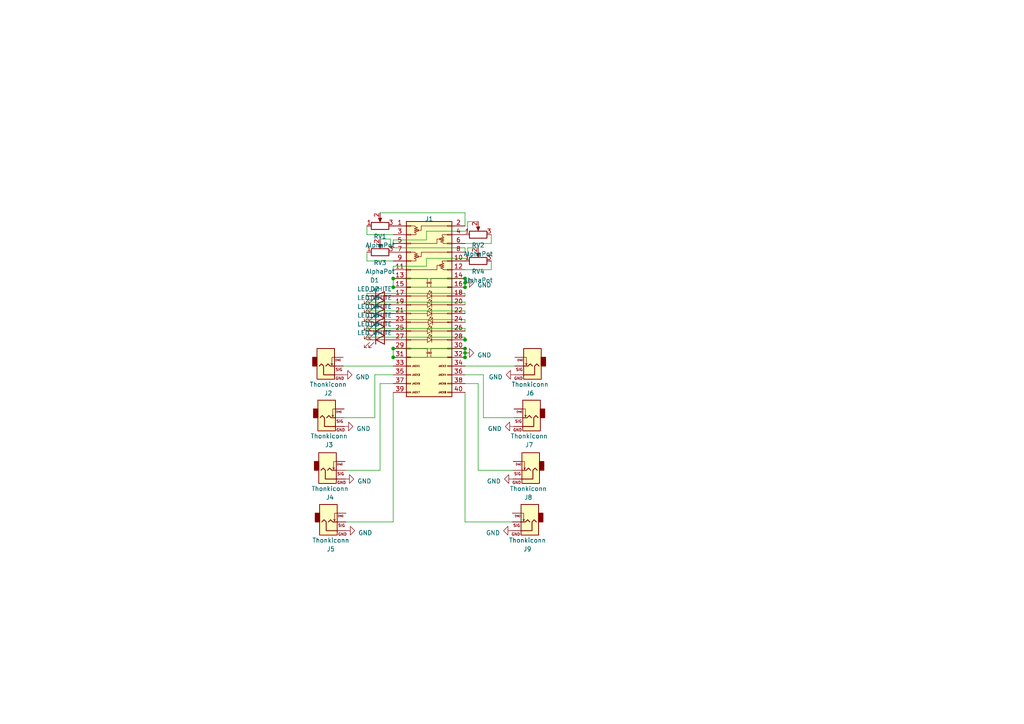
<source format=kicad_sch>
(kicad_sch (version 20230121) (generator eeschema)

  (uuid 564ba02b-9606-4bb9-bbe1-e63de8262bfd)

  (paper "A4")

  (lib_symbols
    (symbol "PCM_EuroRackTools:AlphaPot" (pin_names (offset 1.016) hide) (in_bom yes) (on_board yes)
      (property "Reference" "RV" (at -4.445 0 90)
        (effects (font (size 1.27 1.27)))
      )
      (property "Value" "AlphaPot" (at -2.54 0 90)
        (effects (font (size 1.27 1.27)))
      )
      (property "Footprint" "Potentiometer_THT:Potentiometer_Alpha_RD901F-40-00D_Single_Vertical" (at 0 11.43 0)
        (effects (font (size 1.27 1.27)) hide)
      )
      (property "Datasheet" "~" (at 0 0 0)
        (effects (font (size 1.27 1.27)) hide)
      )
      (property "Sim.Pins" "1=1 2=2 3=3" (at 0 0 0)
        (effects (font (size 0 0)) hide)
      )
      (property "Sim.Device" "SPICE" (at -5.08 -5.08 90)
        (effects (font (size 1.27 1.27)) hide)
      )
      (property "Sim.Params" "type=\"X\" model=\"pot100k\" lib=\"\"" (at 0 0 0)
        (effects (font (size 0 0)) hide)
      )
      (property "ki_keywords" "resistor variable" (at 0 0 0)
        (effects (font (size 1.27 1.27)) hide)
      )
      (property "ki_description" "Potentiometer" (at 0 0 0)
        (effects (font (size 1.27 1.27)) hide)
      )
      (property "ki_fp_filters" "Potentiometer*" (at 0 0 0)
        (effects (font (size 1.27 1.27)) hide)
      )
      (symbol "AlphaPot_0_1"
        (polyline
          (pts
            (xy 2.54 0)
            (xy 1.524 0)
          )
          (stroke (width 0) (type default))
          (fill (type none))
        )
        (polyline
          (pts
            (xy 1.143 0)
            (xy 2.286 0.508)
            (xy 2.286 -0.508)
            (xy 1.143 0)
          )
          (stroke (width 0) (type default))
          (fill (type outline))
        )
        (rectangle (start 1.016 2.54) (end -1.016 -2.54)
          (stroke (width 0.254) (type default))
          (fill (type none))
        )
      )
      (symbol "AlphaPot_1_1"
        (pin passive line (at 0 3.81 270) (length 1.27)
          (name "1" (effects (font (size 1.27 1.27))))
          (number "1" (effects (font (size 1.27 1.27))))
        )
        (pin passive line (at 3.81 0 180) (length 1.27)
          (name "2" (effects (font (size 1.27 1.27))))
          (number "2" (effects (font (size 1.27 1.27))))
        )
        (pin passive line (at 0 -3.81 90) (length 1.27)
          (name "3" (effects (font (size 1.27 1.27))))
          (number "3" (effects (font (size 1.27 1.27))))
        )
      )
    )
    (symbol "PCM_EuroRackTools:LED_WHITE" (pin_numbers hide) (pin_names (offset 1.016) hide) (in_bom yes) (on_board yes)
      (property "Reference" "D" (at 0 -2.54 0)
        (effects (font (size 1.27 1.27)))
      )
      (property "Value" "LED_WHITE" (at 0 3.81 0)
        (effects (font (size 1.27 1.27)))
      )
      (property "Footprint" "LED_SMD:LED_0603_1608Metric" (at 5.08 9.398 0)
        (effects (font (size 1.27 1.27)) hide)
      )
      (property "Datasheet" "~" (at 0 0 0)
        (effects (font (size 1.27 1.27)) hide)
      )
      (property "LCSC" "C2290" (at 9.144 -8.382 0)
        (effects (font (size 1.27 1.27)) hide)
      )
      (property "ki_keywords" "LED diode" (at 0 0 0)
        (effects (font (size 1.27 1.27)) hide)
      )
      (property "ki_description" "Light emitting diode" (at 0 0 0)
        (effects (font (size 1.27 1.27)) hide)
      )
      (property "ki_fp_filters" "LED* LED_SMD:* LED_THT:*" (at 0 0 0)
        (effects (font (size 1.27 1.27)) hide)
      )
      (symbol "LED_WHITE_0_1"
        (polyline
          (pts
            (xy 1.27 0)
            (xy -1.27 0)
          )
          (stroke (width 0) (type default))
          (fill (type none))
        )
        (polyline
          (pts
            (xy 1.27 1.27)
            (xy 1.27 -1.27)
          )
          (stroke (width 0.254) (type default))
          (fill (type none))
        )
        (polyline
          (pts
            (xy -1.27 1.27)
            (xy -1.27 -1.27)
            (xy 1.27 0)
            (xy -1.27 1.27)
          )
          (stroke (width 0.254) (type default))
          (fill (type none))
        )
        (polyline
          (pts
            (xy 1.778 0.762)
            (xy 3.302 2.286)
            (xy 2.54 2.286)
            (xy 3.302 2.286)
            (xy 3.302 1.524)
          )
          (stroke (width 0) (type default))
          (fill (type none))
        )
        (polyline
          (pts
            (xy 3.048 0.762)
            (xy 4.572 2.286)
            (xy 3.81 2.286)
            (xy 4.572 2.286)
            (xy 4.572 1.524)
          )
          (stroke (width 0) (type default))
          (fill (type none))
        )
      )
      (symbol "LED_WHITE_1_1"
        (pin passive line (at 3.81 0 180) (length 2.54)
          (name "K" (effects (font (size 1.27 1.27))))
          (number "1" (effects (font (size 1.27 1.27))))
        )
        (pin passive line (at -3.81 0 0) (length 2.54)
          (name "A" (effects (font (size 1.27 1.27))))
          (number "2" (effects (font (size 1.27 1.27))))
        )
      )
    )
    (symbol "PCM_EuroRackTools:Thonkiconn" (pin_numbers hide) (in_bom yes) (on_board yes)
      (property "Reference" "J" (at -1.27 -3.048 0)
        (effects (font (size 1.27 1.27)))
      )
      (property "Value" "Thonkiconn" (at 0 6.35 0)
        (effects (font (size 1.27 1.27)))
      )
      (property "Footprint" "Connector_Audio:Jack_3.5mm_QingPu_WQP-PJ398SM_Vertical_CircularHoles" (at 1.27 11.43 0)
        (effects (font (size 1.27 1.27)) hide)
      )
      (property "Datasheet" "~" (at 0 0 0)
        (effects (font (size 1.27 1.27)) hide)
      )
      (property "ki_keywords" "audio jack receptacle mono headphones phone TS connector" (at 0 0 0)
        (effects (font (size 1.27 1.27)) hide)
      )
      (property "ki_description" "Audio Jack, 2 Poles (Mono / TS), Switched T Pole (Normalling)" (at 0 0 0)
        (effects (font (size 1.27 1.27)) hide)
      )
      (property "ki_fp_filters" "Jack*" (at 0 0 0)
        (effects (font (size 1.27 1.27)) hide)
      )
      (symbol "Thonkiconn_0_0"
        (text "(no)" (at 3.556 -1.778 0)
          (effects (font (size 0.5 0.5)))
        )
        (text "GND" (at 4.064 3.556 0)
          (effects (font (size 0.8 0.8)))
        )
        (text "SIG" (at 3.81 1.016 0)
          (effects (font (size 0.8 0.8)))
        )
      )
      (symbol "Thonkiconn_0_1"
        (rectangle (start -2.54 0) (end -3.81 -2.54)
          (stroke (width 0.254) (type default))
          (fill (type outline))
        )
        (polyline
          (pts
            (xy 1.778 -0.254)
            (xy 2.032 -0.762)
          )
          (stroke (width 0) (type default))
          (fill (type none))
        )
        (polyline
          (pts
            (xy 0 0)
            (xy 0.635 -0.635)
            (xy 1.27 0)
            (xy 2.54 0)
          )
          (stroke (width 0.254) (type default))
          (fill (type none))
        )
        (polyline
          (pts
            (xy 2.54 -2.54)
            (xy 1.778 -2.54)
            (xy 1.778 -0.254)
            (xy 1.524 -0.762)
          )
          (stroke (width 0) (type default))
          (fill (type none))
        )
        (polyline
          (pts
            (xy 2.54 2.54)
            (xy -0.635 2.54)
            (xy -0.635 0)
            (xy -1.27 -0.635)
            (xy -1.905 0)
          )
          (stroke (width 0.254) (type default))
          (fill (type none))
        )
        (rectangle (start 2.54 3.81) (end -2.54 -5.08)
          (stroke (width 0.254) (type default))
          (fill (type background))
        )
      )
      (symbol "Thonkiconn_1_1"
        (pin passive line (at 5.08 2.54 180) (length 2.54)
          (name "~" (effects (font (size 1.27 1.27))))
          (number "S" (effects (font (size 1.27 1.27))))
        )
        (pin passive line (at 5.08 0 180) (length 2.54)
          (name "~" (effects (font (size 1.27 1.27))))
          (number "T" (effects (font (size 1.27 1.27))))
        )
        (pin passive line (at 5.08 -2.54 180) (length 2.54)
          (name "~" (effects (font (size 1.27 1.27))))
          (number "TN" (effects (font (size 1.27 1.27))))
        )
      )
    )
    (symbol "PCM_EuroRackTools:female 02x20" (pin_names (offset 1.016) hide) (in_bom yes) (on_board yes)
      (property "Reference" "J" (at 1.27 25.4 0)
        (effects (font (size 1.27 1.27)))
      )
      (property "Value" "female 02x20" (at 1.27 -27.94 0)
        (effects (font (size 1.27 1.27)) hide)
      )
      (property "Footprint" "EuroRackTools:PinSocket_2x20_P2.54mm_Vertical_SMD" (at 3.81 29.21 0)
        (effects (font (size 1.27 1.27)) hide)
      )
      (property "Datasheet" "~" (at 0 0 0)
        (effects (font (size 1.27 1.27)) hide)
      )
      (property "lcsc" "C2685092" (at -27.94 5.08 0)
        (effects (font (size 1.27 1.27)) hide)
      )
      (property "ki_keywords" "connector" (at 0 0 0)
        (effects (font (size 1.27 1.27)) hide)
      )
      (property "ki_description" "Generic connector, double row, 02x20, odd/even pin numbering scheme (row 1 odd numbers, row 2 even numbers), script generated (kicad-library-utils/schlib/autogen/connector/)" (at 0 0 0)
        (effects (font (size 1.27 1.27)) hide)
      )
      (property "ki_fp_filters" "Connector*:*_2x??_*" (at 0 0 0)
        (effects (font (size 1.27 1.27)) hide)
      )
      (symbol "female 02x20_0_1"
        (polyline
          (pts
            (xy 2.032 13.97)
            (xy 2.286 13.716)
          )
          (stroke (width 0) (type default))
          (fill (type none))
        )
        (polyline
          (pts
            (xy 2.032 21.59)
            (xy 2.286 21.336)
          )
          (stroke (width 0) (type default))
          (fill (type none))
        )
        (polyline
          (pts
            (xy 5.08 -9.144)
            (xy 5.588 -8.636)
          )
          (stroke (width 0) (type default))
          (fill (type none))
        )
        (polyline
          (pts
            (xy 5.08 -6.604)
            (xy 5.588 -6.096)
          )
          (stroke (width 0) (type default))
          (fill (type none))
        )
        (polyline
          (pts
            (xy 5.08 -1.524)
            (xy 5.588 -1.016)
          )
          (stroke (width 0) (type default))
          (fill (type none))
        )
        (polyline
          (pts
            (xy 5.08 1.016)
            (xy 5.588 1.524)
          )
          (stroke (width 0) (type default))
          (fill (type none))
        )
        (polyline
          (pts
            (xy 5.08 3.556)
            (xy 5.588 4.064)
          )
          (stroke (width 0) (type default))
          (fill (type none))
        )
        (polyline
          (pts
            (xy 5.334 -4.064)
            (xy 5.842 -3.556)
          )
          (stroke (width 0) (type default))
          (fill (type none))
        )
        (polyline
          (pts
            (xy 5.588 -9.398)
            (xy 6.096 -8.89)
          )
          (stroke (width 0) (type default))
          (fill (type none))
        )
        (polyline
          (pts
            (xy 5.588 -8.636)
            (xy 5.334 -8.636)
          )
          (stroke (width 0) (type default))
          (fill (type none))
        )
        (polyline
          (pts
            (xy 5.588 -8.636)
            (xy 5.588 -8.89)
          )
          (stroke (width 0) (type default))
          (fill (type none))
        )
        (polyline
          (pts
            (xy 5.588 -6.858)
            (xy 6.096 -6.35)
          )
          (stroke (width 0) (type default))
          (fill (type none))
        )
        (polyline
          (pts
            (xy 5.588 -6.096)
            (xy 5.334 -6.096)
          )
          (stroke (width 0) (type default))
          (fill (type none))
        )
        (polyline
          (pts
            (xy 5.588 -6.096)
            (xy 5.588 -6.35)
          )
          (stroke (width 0) (type default))
          (fill (type none))
        )
        (polyline
          (pts
            (xy 5.588 -1.778)
            (xy 6.096 -1.27)
          )
          (stroke (width 0) (type default))
          (fill (type none))
        )
        (polyline
          (pts
            (xy 5.588 -1.016)
            (xy 5.334 -1.016)
          )
          (stroke (width 0) (type default))
          (fill (type none))
        )
        (polyline
          (pts
            (xy 5.588 -1.016)
            (xy 5.588 -1.27)
          )
          (stroke (width 0) (type default))
          (fill (type none))
        )
        (polyline
          (pts
            (xy 5.588 0.762)
            (xy 6.096 1.27)
          )
          (stroke (width 0) (type default))
          (fill (type none))
        )
        (polyline
          (pts
            (xy 5.588 1.524)
            (xy 5.334 1.524)
          )
          (stroke (width 0) (type default))
          (fill (type none))
        )
        (polyline
          (pts
            (xy 5.588 1.524)
            (xy 5.588 1.27)
          )
          (stroke (width 0) (type default))
          (fill (type none))
        )
        (polyline
          (pts
            (xy 5.588 3.302)
            (xy 6.096 3.81)
          )
          (stroke (width 0) (type default))
          (fill (type none))
        )
        (polyline
          (pts
            (xy 5.588 4.064)
            (xy 5.334 4.064)
          )
          (stroke (width 0) (type default))
          (fill (type none))
        )
        (polyline
          (pts
            (xy 5.588 4.064)
            (xy 5.588 3.81)
          )
          (stroke (width 0) (type default))
          (fill (type none))
        )
        (polyline
          (pts
            (xy 5.842 -4.318)
            (xy 6.35 -3.81)
          )
          (stroke (width 0) (type default))
          (fill (type none))
        )
        (polyline
          (pts
            (xy 5.842 -3.556)
            (xy 5.588 -3.556)
          )
          (stroke (width 0) (type default))
          (fill (type none))
        )
        (polyline
          (pts
            (xy 5.842 -3.556)
            (xy 5.842 -3.81)
          )
          (stroke (width 0) (type default))
          (fill (type none))
        )
        (polyline
          (pts
            (xy 6.096 -8.89)
            (xy 5.842 -8.89)
          )
          (stroke (width 0) (type default))
          (fill (type none))
        )
        (polyline
          (pts
            (xy 6.096 -8.89)
            (xy 6.096 -9.144)
          )
          (stroke (width 0) (type default))
          (fill (type none))
        )
        (polyline
          (pts
            (xy 6.096 -6.35)
            (xy 5.842 -6.35)
          )
          (stroke (width 0) (type default))
          (fill (type none))
        )
        (polyline
          (pts
            (xy 6.096 -6.35)
            (xy 6.096 -6.604)
          )
          (stroke (width 0) (type default))
          (fill (type none))
        )
        (polyline
          (pts
            (xy 6.096 -1.27)
            (xy 5.842 -1.27)
          )
          (stroke (width 0) (type default))
          (fill (type none))
        )
        (polyline
          (pts
            (xy 6.096 -1.27)
            (xy 6.096 -1.524)
          )
          (stroke (width 0) (type default))
          (fill (type none))
        )
        (polyline
          (pts
            (xy 6.096 1.27)
            (xy 5.842 1.27)
          )
          (stroke (width 0) (type default))
          (fill (type none))
        )
        (polyline
          (pts
            (xy 6.096 1.27)
            (xy 6.096 1.016)
          )
          (stroke (width 0) (type default))
          (fill (type none))
        )
        (polyline
          (pts
            (xy 6.096 3.81)
            (xy 5.842 3.81)
          )
          (stroke (width 0) (type default))
          (fill (type none))
        )
        (polyline
          (pts
            (xy 6.096 3.81)
            (xy 6.096 3.556)
          )
          (stroke (width 0) (type default))
          (fill (type none))
        )
        (polyline
          (pts
            (xy 6.35 -3.81)
            (xy 6.096 -3.81)
          )
          (stroke (width 0) (type default))
          (fill (type none))
        )
        (polyline
          (pts
            (xy 6.35 -3.81)
            (xy 6.35 -4.064)
          )
          (stroke (width 0) (type default))
          (fill (type none))
        )
        (polyline
          (pts
            (xy 8.636 11.43)
            (xy 8.382 11.684)
          )
          (stroke (width 0) (type default))
          (fill (type none))
        )
        (polyline
          (pts
            (xy 8.636 19.05)
            (xy 8.382 19.304)
          )
          (stroke (width 0) (type default))
          (fill (type none))
        )
        (polyline
          (pts
            (xy 4.826 -14.478)
            (xy 4.826 -15.24)
            (xy 0 -15.24)
          )
          (stroke (width 0) (type default))
          (fill (type none))
        )
        (polyline
          (pts
            (xy 4.826 -13.462)
            (xy 4.826 -12.7)
            (xy 0 -12.7)
          )
          (stroke (width 0) (type default))
          (fill (type none))
        )
        (polyline
          (pts
            (xy 4.826 5.842)
            (xy 4.826 5.08)
            (xy 0 5.08)
          )
          (stroke (width 0) (type default))
          (fill (type none))
        )
        (polyline
          (pts
            (xy 4.826 6.858)
            (xy 4.826 7.62)
            (xy 0 7.62)
          )
          (stroke (width 0) (type default))
          (fill (type none))
        )
        (polyline
          (pts
            (xy 5.842 -14.478)
            (xy 5.842 -15.24)
            (xy 10.668 -15.24)
          )
          (stroke (width 0) (type default))
          (fill (type none))
        )
        (polyline
          (pts
            (xy 5.842 -13.462)
            (xy 5.842 -12.7)
            (xy 10.668 -12.7)
          )
          (stroke (width 0) (type default))
          (fill (type none))
        )
        (polyline
          (pts
            (xy 5.842 5.842)
            (xy 5.842 5.08)
            (xy 10.668 5.08)
          )
          (stroke (width 0) (type default))
          (fill (type none))
        )
        (polyline
          (pts
            (xy 5.842 6.858)
            (xy 5.842 7.62)
            (xy 10.668 7.62)
          )
          (stroke (width 0) (type default))
          (fill (type none))
        )
        (polyline
          (pts
            (xy 10.668 -10.16)
            (xy 6.096 -10.16)
            (xy 6.096 -9.398)
            (xy 6.096 -10.922)
          )
          (stroke (width 0) (type default))
          (fill (type none))
        )
        (polyline
          (pts
            (xy 10.668 -7.62)
            (xy 6.096 -7.62)
            (xy 6.096 -6.858)
            (xy 6.096 -8.382)
          )
          (stroke (width 0) (type default))
          (fill (type none))
        )
        (polyline
          (pts
            (xy 10.668 -2.54)
            (xy 6.096 -2.54)
            (xy 6.096 -1.778)
            (xy 6.096 -3.302)
          )
          (stroke (width 0) (type default))
          (fill (type none))
        )
        (polyline
          (pts
            (xy 10.668 0)
            (xy 6.096 0)
            (xy 6.096 0.762)
            (xy 6.096 -0.762)
          )
          (stroke (width 0) (type default))
          (fill (type none))
        )
        (polyline
          (pts
            (xy 10.668 2.54)
            (xy 6.096 2.54)
            (xy 6.096 3.302)
            (xy 6.096 1.778)
          )
          (stroke (width 0) (type default))
          (fill (type none))
        )
        (polyline
          (pts
            (xy 10.922 -5.08)
            (xy 6.35 -5.08)
            (xy 6.35 -4.318)
            (xy 6.35 -5.842)
          )
          (stroke (width 0) (type default))
          (fill (type none))
        )
        (polyline
          (pts
            (xy 0 10.16)
            (xy 7.62 10.16)
            (xy 7.62 11.43)
            (xy 8.636 11.43)
            (xy 8.382 11.176)
          )
          (stroke (width 0) (type default))
          (fill (type none))
        )
        (polyline
          (pts
            (xy 0 17.78)
            (xy 7.62 17.78)
            (xy 7.62 19.05)
            (xy 8.636 19.05)
            (xy 8.382 18.796)
          )
          (stroke (width 0) (type default))
          (fill (type none))
        )
        (polyline
          (pts
            (xy 10.668 15.24)
            (xy 3.048 15.24)
            (xy 3.048 13.97)
            (xy 2.032 13.97)
            (xy 2.286 14.224)
          )
          (stroke (width 0) (type default))
          (fill (type none))
        )
        (polyline
          (pts
            (xy 10.668 22.86)
            (xy 3.048 22.86)
            (xy 3.048 21.59)
            (xy 2.032 21.59)
            (xy 2.286 21.844)
          )
          (stroke (width 0) (type default))
          (fill (type none))
        )
        (polyline
          (pts
            (xy 0 -10.16)
            (xy 4.826 -10.16)
            (xy 4.826 -9.398)
            (xy 6.096 -10.16)
            (xy 4.826 -10.922)
            (xy 4.826 -10.16)
          )
          (stroke (width 0) (type default))
          (fill (type none))
        )
        (polyline
          (pts
            (xy 0 -7.62)
            (xy 4.826 -7.62)
            (xy 4.826 -6.858)
            (xy 6.096 -7.62)
            (xy 4.826 -8.382)
            (xy 4.826 -7.62)
          )
          (stroke (width 0) (type default))
          (fill (type none))
        )
        (polyline
          (pts
            (xy 0 -2.54)
            (xy 4.826 -2.54)
            (xy 4.826 -1.778)
            (xy 6.096 -2.54)
            (xy 4.826 -3.302)
            (xy 4.826 -2.54)
          )
          (stroke (width 0) (type default))
          (fill (type none))
        )
        (polyline
          (pts
            (xy 0 0)
            (xy 4.826 0)
            (xy 4.826 0.762)
            (xy 6.096 0)
            (xy 4.826 -0.762)
            (xy 4.826 0)
          )
          (stroke (width 0) (type default))
          (fill (type none))
        )
        (polyline
          (pts
            (xy 0 2.54)
            (xy 4.826 2.54)
            (xy 4.826 3.302)
            (xy 6.096 2.54)
            (xy 4.826 1.778)
            (xy 4.826 2.54)
          )
          (stroke (width 0) (type default))
          (fill (type none))
        )
        (polyline
          (pts
            (xy 0.254 -5.08)
            (xy 5.08 -5.08)
            (xy 5.08 -4.318)
            (xy 6.35 -5.08)
            (xy 5.08 -5.842)
            (xy 5.08 -5.08)
          )
          (stroke (width 0) (type default))
          (fill (type none))
        )
        (polyline
          (pts
            (xy 0 12.7)
            (xy 1.524 12.7)
            (xy 1.524 13.208)
            (xy 1.016 13.462)
            (xy 2.032 13.716)
            (xy 1.016 13.97)
            (xy 2.032 14.224)
            (xy 1.016 14.478)
            (xy 2.032 14.732)
            (xy 1.27 14.986)
            (xy 1.27 15.24)
            (xy 0 15.24)
          )
          (stroke (width 0) (type default))
          (fill (type none))
        )
        (polyline
          (pts
            (xy 0 20.32)
            (xy 1.524 20.32)
            (xy 1.524 20.828)
            (xy 1.016 21.082)
            (xy 2.032 21.336)
            (xy 1.016 21.59)
            (xy 2.032 21.844)
            (xy 1.016 22.098)
            (xy 2.032 22.352)
            (xy 1.27 22.606)
            (xy 1.27 22.86)
            (xy 0 22.86)
          )
          (stroke (width 0) (type default))
          (fill (type none))
        )
        (polyline
          (pts
            (xy 10.668 12.7)
            (xy 9.144 12.7)
            (xy 9.144 12.192)
            (xy 9.652 11.938)
            (xy 8.636 11.684)
            (xy 9.652 11.43)
            (xy 8.636 11.176)
            (xy 9.652 10.922)
            (xy 8.636 10.668)
            (xy 9.398 10.414)
            (xy 9.398 10.16)
            (xy 10.668 10.16)
          )
          (stroke (width 0) (type default))
          (fill (type none))
        )
        (polyline
          (pts
            (xy 10.668 20.32)
            (xy 9.144 20.32)
            (xy 9.144 19.812)
            (xy 9.652 19.558)
            (xy 8.636 19.304)
            (xy 9.652 19.05)
            (xy 8.636 18.796)
            (xy 9.652 18.542)
            (xy 8.636 18.288)
            (xy 9.398 18.034)
            (xy 9.398 17.78)
            (xy 10.668 17.78)
          )
          (stroke (width 0) (type default))
          (fill (type none))
        )
        (text "GND" (at 5.334 -13.97 0)
          (effects (font (size 0.5 0.5)))
        )
        (text "GND" (at 5.334 6.35 0)
          (effects (font (size 0.5 0.5)))
        )
        (text "JACK1" (at 1.524 -17.78 0)
          (effects (font (size 0.5 0.5)))
        )
        (text "JACK2" (at 9.144 -17.78 0)
          (effects (font (size 0.5 0.5)))
        )
        (text "JACK3" (at 1.524 -20.32 0)
          (effects (font (size 0.5 0.5)))
        )
        (text "JACK4" (at 9.144 -20.32 0)
          (effects (font (size 0.5 0.5)))
        )
        (text "JACK5" (at 1.524 -22.86 0)
          (effects (font (size 0.5 0.5)))
        )
        (text "JACK6" (at 9.144 -22.86 0)
          (effects (font (size 0.5 0.5)))
        )
        (text "JACK7" (at 1.524 -25.4 0)
          (effects (font (size 0.5 0.5)))
        )
        (text "JACK8" (at 9.144 -25.4 0)
          (effects (font (size 0.5 0.5)))
        )
      )
      (symbol "female 02x20_1_1"
        (rectangle (start -1.27 -25.273) (end 0 -25.527)
          (stroke (width 0.1524) (type default))
          (fill (type none))
        )
        (rectangle (start -1.27 -22.733) (end 0 -22.987)
          (stroke (width 0.1524) (type default))
          (fill (type none))
        )
        (rectangle (start -1.27 -20.193) (end 0 -20.447)
          (stroke (width 0.1524) (type default))
          (fill (type none))
        )
        (rectangle (start -1.27 -17.653) (end 0 -17.907)
          (stroke (width 0.1524) (type default))
          (fill (type none))
        )
        (rectangle (start -1.27 -15.113) (end 0 -15.367)
          (stroke (width 0.1524) (type default))
          (fill (type none))
        )
        (rectangle (start -1.27 -12.573) (end 0 -12.827)
          (stroke (width 0.1524) (type default))
          (fill (type none))
        )
        (rectangle (start -1.27 -10.033) (end 0 -10.287)
          (stroke (width 0.1524) (type default))
          (fill (type none))
        )
        (rectangle (start -1.27 -7.493) (end 0 -7.747)
          (stroke (width 0.1524) (type default))
          (fill (type none))
        )
        (rectangle (start -1.27 -4.953) (end 0 -5.207)
          (stroke (width 0.1524) (type default))
          (fill (type none))
        )
        (rectangle (start -1.27 -2.413) (end 0 -2.667)
          (stroke (width 0.1524) (type default))
          (fill (type none))
        )
        (rectangle (start -1.27 0.127) (end 0 -0.127)
          (stroke (width 0.1524) (type default))
          (fill (type none))
        )
        (rectangle (start -1.27 2.667) (end 0 2.413)
          (stroke (width 0.1524) (type default))
          (fill (type none))
        )
        (rectangle (start -1.27 5.207) (end 0 4.953)
          (stroke (width 0.1524) (type default))
          (fill (type none))
        )
        (rectangle (start -1.27 7.747) (end 0 7.493)
          (stroke (width 0.1524) (type default))
          (fill (type none))
        )
        (rectangle (start -1.27 10.287) (end 0 10.033)
          (stroke (width 0.1524) (type default))
          (fill (type none))
        )
        (rectangle (start -1.27 12.827) (end 0 12.573)
          (stroke (width 0.1524) (type default))
          (fill (type none))
        )
        (rectangle (start -1.27 15.367) (end 0 15.113)
          (stroke (width 0.1524) (type default))
          (fill (type none))
        )
        (rectangle (start -1.27 17.907) (end 0 17.653)
          (stroke (width 0.1524) (type default))
          (fill (type none))
        )
        (rectangle (start -1.27 20.447) (end 0 20.193)
          (stroke (width 0.1524) (type default))
          (fill (type none))
        )
        (rectangle (start -1.27 22.987) (end 0 22.733)
          (stroke (width 0.1524) (type default))
          (fill (type none))
        )
        (rectangle (start -1.27 24.13) (end 11.938 -26.67)
          (stroke (width 0.254) (type default))
          (fill (type background))
        )
        (rectangle (start 11.938 -25.273) (end 10.668 -25.527)
          (stroke (width 0.1524) (type default))
          (fill (type none))
        )
        (rectangle (start 11.938 -22.733) (end 10.668 -22.987)
          (stroke (width 0.1524) (type default))
          (fill (type none))
        )
        (rectangle (start 11.938 -20.193) (end 10.668 -20.447)
          (stroke (width 0.1524) (type default))
          (fill (type none))
        )
        (rectangle (start 11.938 -17.653) (end 10.668 -17.907)
          (stroke (width 0.1524) (type default))
          (fill (type none))
        )
        (rectangle (start 11.938 -15.113) (end 10.668 -15.367)
          (stroke (width 0.1524) (type default))
          (fill (type none))
        )
        (rectangle (start 11.938 -12.573) (end 10.668 -12.827)
          (stroke (width 0.1524) (type default))
          (fill (type none))
        )
        (rectangle (start 11.938 -10.033) (end 10.668 -10.287)
          (stroke (width 0.1524) (type default))
          (fill (type none))
        )
        (rectangle (start 11.938 -7.493) (end 10.668 -7.747)
          (stroke (width 0.1524) (type default))
          (fill (type none))
        )
        (rectangle (start 11.938 -4.953) (end 10.668 -5.207)
          (stroke (width 0.1524) (type default))
          (fill (type none))
        )
        (rectangle (start 11.938 -2.413) (end 10.668 -2.667)
          (stroke (width 0.1524) (type default))
          (fill (type none))
        )
        (rectangle (start 11.938 0.127) (end 10.668 -0.127)
          (stroke (width 0.1524) (type default))
          (fill (type none))
        )
        (rectangle (start 11.938 2.667) (end 10.668 2.413)
          (stroke (width 0.1524) (type default))
          (fill (type none))
        )
        (rectangle (start 11.938 5.207) (end 10.668 4.953)
          (stroke (width 0.1524) (type default))
          (fill (type none))
        )
        (rectangle (start 11.938 7.747) (end 10.668 7.493)
          (stroke (width 0.1524) (type default))
          (fill (type none))
        )
        (rectangle (start 11.938 10.287) (end 10.668 10.033)
          (stroke (width 0.1524) (type default))
          (fill (type none))
        )
        (rectangle (start 11.938 12.827) (end 10.668 12.573)
          (stroke (width 0.1524) (type default))
          (fill (type none))
        )
        (rectangle (start 11.938 15.367) (end 10.668 15.113)
          (stroke (width 0.1524) (type default))
          (fill (type none))
        )
        (rectangle (start 11.938 17.907) (end 10.668 17.653)
          (stroke (width 0.1524) (type default))
          (fill (type none))
        )
        (rectangle (start 11.938 20.447) (end 10.668 20.193)
          (stroke (width 0.1524) (type default))
          (fill (type none))
        )
        (rectangle (start 11.938 22.987) (end 10.668 22.733)
          (stroke (width 0.1524) (type default))
          (fill (type none))
        )
        (pin passive line (at -5.08 22.86 0) (length 3.81)
          (name "Pin_1" (effects (font (size 1.27 1.27))))
          (number "1" (effects (font (size 1.27 1.27))))
        )
        (pin passive line (at 15.748 12.7 180) (length 3.81)
          (name "Pin_10" (effects (font (size 1.27 1.27))))
          (number "10" (effects (font (size 1.27 1.27))))
        )
        (pin passive line (at -5.08 10.16 0) (length 3.81)
          (name "Pin_11" (effects (font (size 1.27 1.27))))
          (number "11" (effects (font (size 1.27 1.27))))
        )
        (pin passive line (at 15.748 10.16 180) (length 3.81)
          (name "Pin_12" (effects (font (size 1.27 1.27))))
          (number "12" (effects (font (size 1.27 1.27))))
        )
        (pin passive line (at -5.08 7.62 0) (length 3.81)
          (name "Pin_13" (effects (font (size 1.27 1.27))))
          (number "13" (effects (font (size 1.27 1.27))))
        )
        (pin passive line (at 15.748 7.62 180) (length 3.81)
          (name "Pin_14" (effects (font (size 1.27 1.27))))
          (number "14" (effects (font (size 1.27 1.27))))
        )
        (pin passive line (at -5.08 5.08 0) (length 3.81)
          (name "Pin_15" (effects (font (size 1.27 1.27))))
          (number "15" (effects (font (size 1.27 1.27))))
        )
        (pin passive line (at 15.748 5.08 180) (length 3.81)
          (name "Pin_16" (effects (font (size 1.27 1.27))))
          (number "16" (effects (font (size 1.27 1.27))))
        )
        (pin passive line (at -5.08 2.54 0) (length 3.81)
          (name "Pin_17" (effects (font (size 1.27 1.27))))
          (number "17" (effects (font (size 1.27 1.27))))
        )
        (pin passive line (at 15.748 2.54 180) (length 3.81)
          (name "Pin_18" (effects (font (size 1.27 1.27))))
          (number "18" (effects (font (size 1.27 1.27))))
        )
        (pin passive line (at -5.08 0 0) (length 3.81)
          (name "Pin_19" (effects (font (size 1.27 1.27))))
          (number "19" (effects (font (size 1.27 1.27))))
        )
        (pin passive line (at 15.748 22.86 180) (length 3.81)
          (name "Pin_2" (effects (font (size 1.27 1.27))))
          (number "2" (effects (font (size 1.27 1.27))))
        )
        (pin passive line (at 15.748 0 180) (length 3.81)
          (name "Pin_20" (effects (font (size 1.27 1.27))))
          (number "20" (effects (font (size 1.27 1.27))))
        )
        (pin passive line (at -5.08 -2.54 0) (length 3.81)
          (name "Pin_21" (effects (font (size 1.27 1.27))))
          (number "21" (effects (font (size 1.27 1.27))))
        )
        (pin passive line (at 15.748 -2.54 180) (length 3.81)
          (name "Pin_22" (effects (font (size 1.27 1.27))))
          (number "22" (effects (font (size 1.27 1.27))))
        )
        (pin passive line (at -5.08 -5.08 0) (length 3.81)
          (name "Pin_23" (effects (font (size 1.27 1.27))))
          (number "23" (effects (font (size 1.27 1.27))))
        )
        (pin passive line (at 15.748 -5.08 180) (length 3.81)
          (name "Pin_24" (effects (font (size 1.27 1.27))))
          (number "24" (effects (font (size 1.27 1.27))))
        )
        (pin passive line (at -5.08 -7.62 0) (length 3.81)
          (name "Pin_25" (effects (font (size 1.27 1.27))))
          (number "25" (effects (font (size 1.27 1.27))))
        )
        (pin passive line (at 15.748 -7.62 180) (length 3.81)
          (name "Pin_26" (effects (font (size 1.27 1.27))))
          (number "26" (effects (font (size 1.27 1.27))))
        )
        (pin passive line (at -5.08 -10.16 0) (length 3.81)
          (name "Pin_27" (effects (font (size 1.27 1.27))))
          (number "27" (effects (font (size 1.27 1.27))))
        )
        (pin passive line (at 15.748 -10.16 180) (length 3.81)
          (name "Pin_28" (effects (font (size 1.27 1.27))))
          (number "28" (effects (font (size 1.27 1.27))))
        )
        (pin passive line (at -5.08 -12.7 0) (length 3.81)
          (name "Pin_29" (effects (font (size 1.27 1.27))))
          (number "29" (effects (font (size 1.27 1.27))))
        )
        (pin passive line (at -5.08 20.32 0) (length 3.81)
          (name "Pin_3" (effects (font (size 1.27 1.27))))
          (number "3" (effects (font (size 1.27 1.27))))
        )
        (pin passive line (at 15.748 -12.7 180) (length 3.81)
          (name "Pin_30" (effects (font (size 1.27 1.27))))
          (number "30" (effects (font (size 1.27 1.27))))
        )
        (pin passive line (at -5.08 -15.24 0) (length 3.81)
          (name "Pin_31" (effects (font (size 1.27 1.27))))
          (number "31" (effects (font (size 1.27 1.27))))
        )
        (pin passive line (at 15.748 -15.24 180) (length 3.81)
          (name "Pin_32" (effects (font (size 1.27 1.27))))
          (number "32" (effects (font (size 1.27 1.27))))
        )
        (pin passive line (at -5.08 -17.78 0) (length 3.81)
          (name "Pin_33" (effects (font (size 1.27 1.27))))
          (number "33" (effects (font (size 1.27 1.27))))
        )
        (pin passive line (at 15.748 -17.78 180) (length 3.81)
          (name "Pin_34" (effects (font (size 1.27 1.27))))
          (number "34" (effects (font (size 1.27 1.27))))
        )
        (pin passive line (at -5.08 -20.32 0) (length 3.81)
          (name "Pin_35" (effects (font (size 1.27 1.27))))
          (number "35" (effects (font (size 1.27 1.27))))
        )
        (pin passive line (at 15.748 -20.32 180) (length 3.81)
          (name "Pin_36" (effects (font (size 1.27 1.27))))
          (number "36" (effects (font (size 1.27 1.27))))
        )
        (pin passive line (at -5.08 -22.86 0) (length 3.81)
          (name "Pin_37" (effects (font (size 1.27 1.27))))
          (number "37" (effects (font (size 1.27 1.27))))
        )
        (pin passive line (at 15.748 -22.86 180) (length 3.81)
          (name "Pin_38" (effects (font (size 1.27 1.27))))
          (number "38" (effects (font (size 1.27 1.27))))
        )
        (pin passive line (at -5.08 -25.4 0) (length 3.81)
          (name "Pin_39" (effects (font (size 1.27 1.27))))
          (number "39" (effects (font (size 1.27 1.27))))
        )
        (pin passive line (at 15.748 20.32 180) (length 3.81)
          (name "Pin_4" (effects (font (size 1.27 1.27))))
          (number "4" (effects (font (size 1.27 1.27))))
        )
        (pin passive line (at 15.748 -25.4 180) (length 3.81)
          (name "Pin_40" (effects (font (size 1.27 1.27))))
          (number "40" (effects (font (size 1.27 1.27))))
        )
        (pin passive line (at -5.08 17.78 0) (length 3.81)
          (name "Pin_5" (effects (font (size 1.27 1.27))))
          (number "5" (effects (font (size 1.27 1.27))))
        )
        (pin passive line (at 15.748 17.78 180) (length 3.81)
          (name "Pin_6" (effects (font (size 1.27 1.27))))
          (number "6" (effects (font (size 1.27 1.27))))
        )
        (pin passive line (at -5.08 15.24 0) (length 3.81)
          (name "Pin_7" (effects (font (size 1.27 1.27))))
          (number "7" (effects (font (size 1.27 1.27))))
        )
        (pin passive line (at 15.748 15.24 180) (length 3.81)
          (name "Pin_8" (effects (font (size 1.27 1.27))))
          (number "8" (effects (font (size 1.27 1.27))))
        )
        (pin passive line (at -5.08 12.7 0) (length 3.81)
          (name "Pin_9" (effects (font (size 1.27 1.27))))
          (number "9" (effects (font (size 1.27 1.27))))
        )
      )
    )
    (symbol "power:GND" (power) (pin_names (offset 0)) (in_bom yes) (on_board yes)
      (property "Reference" "#PWR" (at 0 -6.35 0)
        (effects (font (size 1.27 1.27)) hide)
      )
      (property "Value" "GND" (at 0 -3.81 0)
        (effects (font (size 1.27 1.27)))
      )
      (property "Footprint" "" (at 0 0 0)
        (effects (font (size 1.27 1.27)) hide)
      )
      (property "Datasheet" "" (at 0 0 0)
        (effects (font (size 1.27 1.27)) hide)
      )
      (property "ki_keywords" "global power" (at 0 0 0)
        (effects (font (size 1.27 1.27)) hide)
      )
      (property "ki_description" "Power symbol creates a global label with name \"GND\" , ground" (at 0 0 0)
        (effects (font (size 1.27 1.27)) hide)
      )
      (symbol "GND_0_1"
        (polyline
          (pts
            (xy 0 0)
            (xy 0 -1.27)
            (xy 1.27 -1.27)
            (xy 0 -2.54)
            (xy -1.27 -1.27)
            (xy 0 -1.27)
          )
          (stroke (width 0) (type default))
          (fill (type none))
        )
      )
      (symbol "GND_1_1"
        (pin power_in line (at 0 0 270) (length 0) hide
          (name "GND" (effects (font (size 1.27 1.27))))
          (number "1" (effects (font (size 1.27 1.27))))
        )
      )
    )
  )

  (junction (at 134.874 98.552) (diameter 0) (color 0 0 0 0)
    (uuid 010c9673-5ad0-426e-b0b2-ad2d5448868b)
  )
  (junction (at 114.046 83.312) (diameter 0) (color 0 0 0 0)
    (uuid 06d60514-8bda-4dcb-8524-01c99db922d4)
  )
  (junction (at 134.874 102.362) (diameter 0) (color 0 0 0 0)
    (uuid 2756fad1-7d6a-415f-b8b6-1cc9d2b2bfea)
  )
  (junction (at 114.046 80.772) (diameter 0) (color 0 0 0 0)
    (uuid 36dd07d9-2ef8-49c2-93cb-7f0f68a98c87)
  )
  (junction (at 134.874 82.042) (diameter 0) (color 0 0 0 0)
    (uuid 3fc3b625-b43c-4ff2-be81-2a17a4d517a9)
  )
  (junction (at 114.046 103.632) (diameter 0) (color 0 0 0 0)
    (uuid 5a55cf29-a1eb-40a8-ae18-90e4377b0913)
  )
  (junction (at 114.046 101.092) (diameter 0) (color 0 0 0 0)
    (uuid 71adba23-62cc-496d-b5c7-5b8017f07052)
  )
  (junction (at 134.874 80.772) (diameter 0) (color 0 0 0 0)
    (uuid 78033d19-f255-477d-9cec-d3ad366e194d)
  )
  (junction (at 134.874 101.092) (diameter 0) (color 0 0 0 0)
    (uuid 84fc426f-5c1a-4b9d-909d-b0e5fa7a7431)
  )
  (junction (at 134.874 103.632) (diameter 0) (color 0 0 0 0)
    (uuid 8a8a3a1c-6a20-44ad-a001-41bc39378c35)
  )
  (junction (at 134.874 83.312) (diameter 0) (color 0 0 0 0)
    (uuid aef6327b-0518-42dd-82d8-c73da312252f)
  )

  (wire (pts (xy 100.076 136.398) (xy 110.236 136.398))
    (stroke (width 0) (type default))
    (uuid 004d763f-2a44-4a54-9c3a-92b011c81795)
  )
  (wire (pts (xy 114.046 103.632) (xy 114.046 101.092))
    (stroke (width 0) (type default))
    (uuid 009cfb59-c88e-4864-abc6-f33d7cd7a05d)
  )
  (wire (pts (xy 135.636 74.93) (xy 123.698 74.93))
    (stroke (width 0) (type default))
    (uuid 00a96157-eeaf-4581-a543-61b2a48e420c)
  )
  (wire (pts (xy 110.236 136.398) (xy 110.236 111.252))
    (stroke (width 0) (type default))
    (uuid 02583cba-a25d-42ab-8139-e7c5930fc202)
  )
  (wire (pts (xy 106.426 85.852) (xy 106.426 85.09))
    (stroke (width 0) (type default))
    (uuid 03f45830-a59c-437a-819a-6df3bab7f21a)
  )
  (wire (pts (xy 135.636 67.056) (xy 123.698 67.056))
    (stroke (width 0) (type default))
    (uuid 061ea3d1-ce94-457c-afc8-8f770f35a31c)
  )
  (wire (pts (xy 106.426 73.152) (xy 106.426 75.692))
    (stroke (width 0) (type default))
    (uuid 091a3847-6d44-45eb-bf58-a73f84f61a37)
  )
  (wire (pts (xy 134.874 92.71) (xy 134.874 93.472))
    (stroke (width 0) (type default))
    (uuid 094b7f18-ad6a-4a58-890f-5d84101bded4)
  )
  (wire (pts (xy 114.046 77.216) (xy 114.046 78.232))
    (stroke (width 0) (type default))
    (uuid 0bf6bd9e-a281-4fb3-a130-58562d56ba0e)
  )
  (wire (pts (xy 106.426 96.012) (xy 106.426 95.25))
    (stroke (width 0) (type default))
    (uuid 0ecf8a54-d32b-46a1-831a-e0aefa534db0)
  )
  (wire (pts (xy 134.874 95.25) (xy 134.874 96.012))
    (stroke (width 0) (type default))
    (uuid 165ee7c5-7c3e-49fb-9d1b-95d68c50b8f4)
  )
  (wire (pts (xy 134.874 87.63) (xy 134.874 88.392))
    (stroke (width 0) (type default))
    (uuid 1af6f52e-d7c0-4631-91c1-c08c3011bb84)
  )
  (wire (pts (xy 135.636 71.882) (xy 135.636 74.93))
    (stroke (width 0) (type default))
    (uuid 1d93a085-fb80-4202-bee6-8e5d6e58d9b6)
  )
  (wire (pts (xy 106.426 75.692) (xy 114.046 75.692))
    (stroke (width 0) (type default))
    (uuid 2495a3a2-ac67-4a63-9ccd-4869c6c3f939)
  )
  (wire (pts (xy 106.426 93.472) (xy 106.426 92.71))
    (stroke (width 0) (type default))
    (uuid 2fcf6f7f-7b2b-4ef0-9956-75cdd9c0f6d5)
  )
  (wire (pts (xy 134.874 97.79) (xy 134.874 98.552))
    (stroke (width 0) (type default))
    (uuid 3676d708-4d1f-4b1f-82a3-31967ee85ba5)
  )
  (wire (pts (xy 110.236 111.252) (xy 114.046 111.252))
    (stroke (width 0) (type default))
    (uuid 39ff3fce-65f0-4be6-802d-0dd65ff91f4d)
  )
  (wire (pts (xy 134.874 101.092) (xy 134.874 102.362))
    (stroke (width 0) (type default))
    (uuid 3c552c89-6d53-4266-b60c-952171d0f447)
  )
  (wire (pts (xy 134.874 113.792) (xy 134.874 151.384))
    (stroke (width 0) (type default))
    (uuid 47c4e981-b1a8-41b4-96c5-b2a48bb3078c)
  )
  (wire (pts (xy 134.874 90.17) (xy 134.874 90.932))
    (stroke (width 0) (type default))
    (uuid 48487418-68e0-4d2e-9b02-fc8c37ac7853)
  )
  (wire (pts (xy 113.284 71.882) (xy 134.874 71.882))
    (stroke (width 0) (type default))
    (uuid 51a4f651-8744-4e6d-97ee-ee779ce4651e)
  )
  (wire (pts (xy 123.698 69.596) (xy 114.046 69.596))
    (stroke (width 0) (type default))
    (uuid 51af5072-729d-4d72-93ad-7620d8a3bbf9)
  )
  (wire (pts (xy 106.426 65.532) (xy 106.426 68.072))
    (stroke (width 0) (type default))
    (uuid 535c934c-101f-49b3-8a8a-6345165459e7)
  )
  (wire (pts (xy 110.236 61.722) (xy 134.874 61.722))
    (stroke (width 0) (type default))
    (uuid 5734ee30-79ba-4d1d-a3d2-14e2bf6fec33)
  )
  (wire (pts (xy 106.426 97.79) (xy 134.874 97.79))
    (stroke (width 0) (type default))
    (uuid 59787e95-55a7-45ba-ae9c-6f0a8ff67c00)
  )
  (wire (pts (xy 106.426 87.63) (xy 134.874 87.63))
    (stroke (width 0) (type default))
    (uuid 5e3ca9d2-9c6a-4e07-b204-f7d382ce98fa)
  )
  (wire (pts (xy 140.208 108.712) (xy 140.208 121.158))
    (stroke (width 0) (type default))
    (uuid 5fae4d2c-490a-4038-96b9-06d9b4105325)
  )
  (wire (pts (xy 134.874 98.552) (xy 134.874 98.806))
    (stroke (width 0) (type default))
    (uuid 67533fdf-ec68-4073-8168-8c89ea402517)
  )
  (wire (pts (xy 142.494 78.232) (xy 142.494 75.692))
    (stroke (width 0) (type default))
    (uuid 7813ff52-aab3-45fd-9bd6-831576978556)
  )
  (wire (pts (xy 114.046 80.772) (xy 134.874 80.772))
    (stroke (width 0) (type default))
    (uuid 782f8cba-a36f-45be-a024-1ca77b025ab4)
  )
  (wire (pts (xy 106.426 68.072) (xy 114.046 68.072))
    (stroke (width 0) (type default))
    (uuid 7ba7c3b1-46dc-4337-8852-21c78fde4192)
  )
  (wire (pts (xy 106.426 90.17) (xy 134.874 90.17))
    (stroke (width 0) (type default))
    (uuid 7dc570c3-4154-44e5-9923-45cb479b3e63)
  )
  (wire (pts (xy 123.698 77.216) (xy 114.046 77.216))
    (stroke (width 0) (type default))
    (uuid 815cfb87-02bf-477a-bc35-52ea0a39a388)
  )
  (wire (pts (xy 106.426 92.71) (xy 134.874 92.71))
    (stroke (width 0) (type default))
    (uuid 832b741e-10b0-4b89-b739-eb5ddaa79408)
  )
  (wire (pts (xy 99.568 106.172) (xy 114.046 106.172))
    (stroke (width 0) (type default))
    (uuid 89f7e0f2-f513-4bd5-ba22-3243d6d02e05)
  )
  (wire (pts (xy 123.698 67.056) (xy 123.698 69.596))
    (stroke (width 0) (type default))
    (uuid 8e272ba7-4227-4a08-a4b5-01a7ee74d7cc)
  )
  (wire (pts (xy 134.874 80.772) (xy 134.874 82.042))
    (stroke (width 0) (type default))
    (uuid 9430f437-4d38-48ec-8198-8d245a0ac548)
  )
  (wire (pts (xy 106.426 98.552) (xy 106.426 97.79))
    (stroke (width 0) (type default))
    (uuid 97845bf4-ded3-4ea2-b35a-63045bdf9654)
  )
  (wire (pts (xy 106.426 88.392) (xy 106.426 87.63))
    (stroke (width 0) (type default))
    (uuid 9898149c-3517-44a9-93f3-56dbfde9424d)
  )
  (wire (pts (xy 134.874 85.09) (xy 134.874 85.852))
    (stroke (width 0) (type default))
    (uuid 9b0cefa4-8f83-4c0a-b9bc-c2fa1b099a24)
  )
  (wire (pts (xy 134.874 83.312) (xy 114.046 83.312))
    (stroke (width 0) (type default))
    (uuid 9d136209-21bd-4c7a-a272-2def06867f5f)
  )
  (wire (pts (xy 99.822 121.158) (xy 108.712 121.158))
    (stroke (width 0) (type default))
    (uuid 9e3235cf-83cb-4603-adaa-b795253f8c41)
  )
  (wire (pts (xy 134.874 82.042) (xy 134.874 83.312))
    (stroke (width 0) (type default))
    (uuid 9f17009e-43da-4f1a-bbd8-9f7d6fdf5e6f)
  )
  (wire (pts (xy 134.874 108.712) (xy 140.208 108.712))
    (stroke (width 0) (type default))
    (uuid a0ff2c92-c036-4f77-9b6c-55bbe6c51458)
  )
  (wire (pts (xy 114.046 83.312) (xy 114.046 80.772))
    (stroke (width 0) (type default))
    (uuid a1c2ac23-b521-4de5-9016-715f48ceaeef)
  )
  (wire (pts (xy 123.698 74.93) (xy 123.698 77.216))
    (stroke (width 0) (type default))
    (uuid a2169ae1-c649-4207-a5bc-cdda5cf90525)
  )
  (wire (pts (xy 113.284 69.342) (xy 113.284 71.882))
    (stroke (width 0) (type default))
    (uuid a393bc1a-6583-4d31-9fb4-ae5956fe8e9a)
  )
  (wire (pts (xy 149.352 106.172) (xy 134.874 106.172))
    (stroke (width 0) (type default))
    (uuid a4f6d765-5a6e-43e2-8c32-12c76d702c55)
  )
  (wire (pts (xy 114.046 69.596) (xy 114.046 70.612))
    (stroke (width 0) (type default))
    (uuid a8e56e72-ffed-4b4e-8b14-e51494655faf)
  )
  (wire (pts (xy 134.874 151.384) (xy 148.59 151.384))
    (stroke (width 0) (type default))
    (uuid a9e6a985-bc45-4af5-89c7-5c6cd20782df)
  )
  (wire (pts (xy 134.874 71.882) (xy 134.874 73.152))
    (stroke (width 0) (type default))
    (uuid b1f27b35-c10a-4880-b22b-328c08c3b2e2)
  )
  (wire (pts (xy 134.874 103.632) (xy 114.046 103.632))
    (stroke (width 0) (type default))
    (uuid b2329dec-1a0b-413b-93ee-d063a836fb09)
  )
  (wire (pts (xy 114.046 151.384) (xy 100.33 151.384))
    (stroke (width 0) (type default))
    (uuid b40a0ddd-94ce-4952-838d-53230ef48891)
  )
  (wire (pts (xy 135.636 64.262) (xy 135.636 67.056))
    (stroke (width 0) (type default))
    (uuid b9b12636-903b-4692-a372-45ef0c9d290d)
  )
  (wire (pts (xy 114.046 113.792) (xy 114.046 151.384))
    (stroke (width 0) (type default))
    (uuid be931c8c-a6f4-47d7-a395-20bf35afda6e)
  )
  (wire (pts (xy 108.712 108.712) (xy 108.712 121.158))
    (stroke (width 0) (type default))
    (uuid c004662e-1942-4132-baf8-060acbf8404c)
  )
  (wire (pts (xy 110.49 69.342) (xy 113.284 69.342))
    (stroke (width 0) (type default))
    (uuid c170ede6-9c0b-47c9-ac6e-834f83e9e8f5)
  )
  (wire (pts (xy 142.494 70.612) (xy 142.494 68.072))
    (stroke (width 0) (type default))
    (uuid c210d692-bd9f-4229-8be6-04d97b1d40fd)
  )
  (wire (pts (xy 149.098 121.158) (xy 140.208 121.158))
    (stroke (width 0) (type default))
    (uuid c43543b4-be34-4c31-b2e7-0061c04633c8)
  )
  (wire (pts (xy 134.874 70.612) (xy 142.494 70.612))
    (stroke (width 0) (type default))
    (uuid c6d91d13-5f7a-40c6-b1d9-dc640dbf6de8)
  )
  (wire (pts (xy 114.046 108.712) (xy 108.712 108.712))
    (stroke (width 0) (type default))
    (uuid c8ab5af2-772e-4b6c-bd9b-63376838c120)
  )
  (wire (pts (xy 134.874 78.232) (xy 142.494 78.232))
    (stroke (width 0) (type default))
    (uuid cabaa46e-1501-489e-9254-b5129ef8a524)
  )
  (wire (pts (xy 138.684 71.882) (xy 135.636 71.882))
    (stroke (width 0) (type default))
    (uuid cf292447-cd85-4038-b830-065d6c6640d3)
  )
  (wire (pts (xy 138.684 111.252) (xy 134.874 111.252))
    (stroke (width 0) (type default))
    (uuid d28e1fa4-8a25-4945-9b74-146869a6133e)
  )
  (wire (pts (xy 106.426 95.25) (xy 134.874 95.25))
    (stroke (width 0) (type default))
    (uuid d5246a3b-1c46-4ad7-8cd1-5c4dc114bac5)
  )
  (wire (pts (xy 114.046 101.092) (xy 134.874 101.092))
    (stroke (width 0) (type default))
    (uuid d52bc742-307d-4c59-8df7-fb1c35ff31db)
  )
  (wire (pts (xy 106.426 85.09) (xy 134.874 85.09))
    (stroke (width 0) (type default))
    (uuid d5ae3b4a-2578-4b48-bf6b-c076f3fb8a32)
  )
  (wire (pts (xy 134.874 102.362) (xy 134.874 103.632))
    (stroke (width 0) (type default))
    (uuid defdfc73-d124-41f2-af7c-d5a08ef574cd)
  )
  (wire (pts (xy 148.844 136.398) (xy 138.684 136.398))
    (stroke (width 0) (type default))
    (uuid e109018e-c3a5-4974-a3ed-c1537f5ca85a)
  )
  (wire (pts (xy 138.684 64.262) (xy 135.636 64.262))
    (stroke (width 0) (type default))
    (uuid e1406263-cd95-4fbc-986a-0992455a2d4c)
  )
  (wire (pts (xy 138.684 136.398) (xy 138.684 111.252))
    (stroke (width 0) (type default))
    (uuid eb91b8b4-b1fe-4583-b2c6-c6df3fc088f2)
  )
  (wire (pts (xy 134.874 61.722) (xy 134.874 65.532))
    (stroke (width 0) (type default))
    (uuid ece8665c-57d8-4ac3-b854-bab72724d1f7)
  )
  (wire (pts (xy 106.426 90.932) (xy 106.426 90.17))
    (stroke (width 0) (type default))
    (uuid ed633df0-c3e9-4445-8473-be2e06f72cad)
  )

  (symbol (lib_id "power:GND") (at 100.33 153.924 90) (unit 1)
    (in_bom yes) (on_board yes) (dnp no) (fields_autoplaced)
    (uuid 02de6aac-afc0-4e88-bb9b-73084c197ac5)
    (property "Reference" "#PWR06" (at 106.68 153.924 0)
      (effects (font (size 1.27 1.27)) hide)
    )
    (property "Value" "GND" (at 103.886 154.559 90)
      (effects (font (size 1.27 1.27)) (justify right))
    )
    (property "Footprint" "" (at 100.33 153.924 0)
      (effects (font (size 1.27 1.27)) hide)
    )
    (property "Datasheet" "" (at 100.33 153.924 0)
      (effects (font (size 1.27 1.27)) hide)
    )
    (pin "1" (uuid 67785965-9eec-4b21-97d1-ee827b820e8b))
    (instances
      (project "wyw_r_frontpanel"
        (path "/564ba02b-9606-4bb9-bbe1-e63de8262bfd"
          (reference "#PWR06") (unit 1)
        )
      )
    )
  )

  (symbol (lib_id "power:GND") (at 100.076 138.938 90) (unit 1)
    (in_bom yes) (on_board yes) (dnp no) (fields_autoplaced)
    (uuid 20b5d144-6757-4d2e-a22f-86fb50de27f0)
    (property "Reference" "#PWR05" (at 106.426 138.938 0)
      (effects (font (size 1.27 1.27)) hide)
    )
    (property "Value" "GND" (at 103.632 139.573 90)
      (effects (font (size 1.27 1.27)) (justify right))
    )
    (property "Footprint" "" (at 100.076 138.938 0)
      (effects (font (size 1.27 1.27)) hide)
    )
    (property "Datasheet" "" (at 100.076 138.938 0)
      (effects (font (size 1.27 1.27)) hide)
    )
    (pin "1" (uuid 3e4b0a5f-a2df-4a60-8500-0aaf961bd96e))
    (instances
      (project "wyw_r_frontpanel"
        (path "/564ba02b-9606-4bb9-bbe1-e63de8262bfd"
          (reference "#PWR05") (unit 1)
        )
      )
    )
  )

  (symbol (lib_id "PCM_EuroRackTools:Thonkiconn") (at 153.924 136.398 180) (unit 1)
    (in_bom yes) (on_board yes) (dnp no)
    (uuid 20ff347b-edab-452f-9af8-a7f0cbffdf08)
    (property "Reference" "J8" (at 153.2285 144.272 0)
      (effects (font (size 1.27 1.27)))
    )
    (property "Value" "Thonkiconn" (at 153.2285 141.732 0)
      (effects (font (size 1.27 1.27)))
    )
    (property "Footprint" "Connector_Audio:Jack_3.5mm_QingPu_WQP-PJ398SM_Vertical_CircularHoles" (at 152.654 147.828 0)
      (effects (font (size 1.27 1.27)) hide)
    )
    (property "Datasheet" "~" (at 153.924 136.398 0)
      (effects (font (size 1.27 1.27)) hide)
    )
    (pin "S" (uuid 4f387e63-a8d7-4b9c-b8bc-15298ea2a7eb))
    (pin "T" (uuid e5787880-123f-433b-8f8d-34b25c8bd1b8))
    (pin "TN" (uuid 87e523fc-fbed-4169-8d19-c90a0258b541))
    (instances
      (project "wyw_r_frontpanel"
        (path "/564ba02b-9606-4bb9-bbe1-e63de8262bfd"
          (reference "J8") (unit 1)
        )
      )
    )
  )

  (symbol (lib_id "PCM_EuroRackTools:AlphaPot") (at 138.684 68.072 90) (unit 1)
    (in_bom yes) (on_board yes) (dnp no)
    (uuid 26185fc0-3cc6-4e70-9f47-75ccac7133e6)
    (property "Reference" "RV2" (at 138.684 71.12 90)
      (effects (font (size 1.27 1.27)))
    )
    (property "Value" "AlphaPot" (at 138.684 73.66 90)
      (effects (font (size 1.27 1.27)))
    )
    (property "Footprint" "Potentiometer_THT:Potentiometer_Alpha_RD901F-40-00D_Single_Vertical" (at 127.254 68.072 0)
      (effects (font (size 1.27 1.27)) hide)
    )
    (property "Datasheet" "~" (at 138.684 68.072 0)
      (effects (font (size 1.27 1.27)) hide)
    )
    (property "Sim.Pins" "1=1 2=2 3=3" (at 138.684 68.072 0)
      (effects (font (size 0 0)) hide)
    )
    (property "Sim.Device" "SPICE" (at 143.764 73.152 90)
      (effects (font (size 1.27 1.27)) hide)
    )
    (property "Sim.Params" "type=\"X\" model=\"pot100k\" lib=\"\"" (at 138.684 68.072 0)
      (effects (font (size 0 0)) hide)
    )
    (pin "1" (uuid c4fe7963-4b8c-46f1-a619-cd2f66b7226d))
    (pin "2" (uuid 5f882e9b-6b8e-4f1f-a07e-395e36737945))
    (pin "3" (uuid ac9a8594-aec9-43d2-8b08-67a01eb92f31))
    (instances
      (project "wyw_r_frontpanel"
        (path "/564ba02b-9606-4bb9-bbe1-e63de8262bfd"
          (reference "RV2") (unit 1)
        )
      )
    )
  )

  (symbol (lib_id "PCM_EuroRackTools:Thonkiconn") (at 94.742 121.158 0) (mirror x) (unit 1)
    (in_bom yes) (on_board yes) (dnp no)
    (uuid 2a738594-9e4e-403d-b39b-3e11e325e2a1)
    (property "Reference" "J3" (at 95.4375 129.032 0)
      (effects (font (size 1.27 1.27)))
    )
    (property "Value" "Thonkiconn" (at 95.4375 126.492 0)
      (effects (font (size 1.27 1.27)))
    )
    (property "Footprint" "Connector_Audio:Jack_3.5mm_QingPu_WQP-PJ398SM_Vertical_CircularHoles" (at 96.012 132.588 0)
      (effects (font (size 1.27 1.27)) hide)
    )
    (property "Datasheet" "~" (at 94.742 121.158 0)
      (effects (font (size 1.27 1.27)) hide)
    )
    (pin "S" (uuid 56fd6259-d793-44d0-9457-5c01095419b1))
    (pin "T" (uuid e9c3caaf-3e43-4c5c-9091-65d7d883ffb8))
    (pin "TN" (uuid e3355349-ba2e-4c59-92eb-e3f061654188))
    (instances
      (project "wyw_r_frontpanel"
        (path "/564ba02b-9606-4bb9-bbe1-e63de8262bfd"
          (reference "J3") (unit 1)
        )
      )
    )
  )

  (symbol (lib_id "PCM_EuroRackTools:LED_WHITE") (at 110.236 88.392 180) (unit 1)
    (in_bom yes) (on_board yes) (dnp no) (fields_autoplaced)
    (uuid 2de4abaa-a8c9-4ddf-a416-c8ce68ce7ca7)
    (property "Reference" "D2" (at 108.6485 83.82 0)
      (effects (font (size 1.27 1.27)))
    )
    (property "Value" "LED_WHITE" (at 108.6485 86.36 0)
      (effects (font (size 1.27 1.27)))
    )
    (property "Footprint" "LED_SMD:LED_0603_1608Metric" (at 105.156 97.79 0)
      (effects (font (size 1.27 1.27)) hide)
    )
    (property "Datasheet" "~" (at 110.236 88.392 0)
      (effects (font (size 1.27 1.27)) hide)
    )
    (property "LCSC" "C2290" (at 101.092 80.01 0)
      (effects (font (size 1.27 1.27)) hide)
    )
    (pin "1" (uuid 85687f46-5954-4380-b97c-59ddf33bc586))
    (pin "2" (uuid 2dc9d8a5-6e40-4925-85c2-dedfdf2a38ff))
    (instances
      (project "wyw_r_frontpanel"
        (path "/564ba02b-9606-4bb9-bbe1-e63de8262bfd"
          (reference "D2") (unit 1)
        )
      )
    )
  )

  (symbol (lib_id "power:GND") (at 99.568 108.712 90) (unit 1)
    (in_bom yes) (on_board yes) (dnp no) (fields_autoplaced)
    (uuid 3579bba6-114b-472a-834d-cd21100c856f)
    (property "Reference" "#PWR03" (at 105.918 108.712 0)
      (effects (font (size 1.27 1.27)) hide)
    )
    (property "Value" "GND" (at 103.124 109.347 90)
      (effects (font (size 1.27 1.27)) (justify right))
    )
    (property "Footprint" "" (at 99.568 108.712 0)
      (effects (font (size 1.27 1.27)) hide)
    )
    (property "Datasheet" "" (at 99.568 108.712 0)
      (effects (font (size 1.27 1.27)) hide)
    )
    (pin "1" (uuid 38ce0e0f-0cc3-42c7-a5b4-884672eac362))
    (instances
      (project "wyw_r_frontpanel"
        (path "/564ba02b-9606-4bb9-bbe1-e63de8262bfd"
          (reference "#PWR03") (unit 1)
        )
      )
    )
  )

  (symbol (lib_id "power:GND") (at 148.844 138.938 270) (mirror x) (unit 1)
    (in_bom yes) (on_board yes) (dnp no) (fields_autoplaced)
    (uuid 3aff778e-0529-45c7-b45a-690232edd1b5)
    (property "Reference" "#PWR09" (at 142.494 138.938 0)
      (effects (font (size 1.27 1.27)) hide)
    )
    (property "Value" "GND" (at 145.288 139.573 90)
      (effects (font (size 1.27 1.27)) (justify right))
    )
    (property "Footprint" "" (at 148.844 138.938 0)
      (effects (font (size 1.27 1.27)) hide)
    )
    (property "Datasheet" "" (at 148.844 138.938 0)
      (effects (font (size 1.27 1.27)) hide)
    )
    (pin "1" (uuid 5e74688d-0d91-400b-8ffe-51d569f25c9d))
    (instances
      (project "wyw_r_frontpanel"
        (path "/564ba02b-9606-4bb9-bbe1-e63de8262bfd"
          (reference "#PWR09") (unit 1)
        )
      )
    )
  )

  (symbol (lib_id "PCM_EuroRackTools:Thonkiconn") (at 94.996 136.398 0) (mirror x) (unit 1)
    (in_bom yes) (on_board yes) (dnp no)
    (uuid 45b948fd-738c-4175-b7e9-bb59bf1e4dd3)
    (property "Reference" "J4" (at 95.6915 144.272 0)
      (effects (font (size 1.27 1.27)))
    )
    (property "Value" "Thonkiconn" (at 95.6915 141.732 0)
      (effects (font (size 1.27 1.27)))
    )
    (property "Footprint" "Connector_Audio:Jack_3.5mm_QingPu_WQP-PJ398SM_Vertical_CircularHoles" (at 96.266 147.828 0)
      (effects (font (size 1.27 1.27)) hide)
    )
    (property "Datasheet" "~" (at 94.996 136.398 0)
      (effects (font (size 1.27 1.27)) hide)
    )
    (pin "S" (uuid 903165c1-701c-4d9f-ae85-aff0c39400fc))
    (pin "T" (uuid e352d1a7-e47d-4eb6-9651-2b4d73d21ca7))
    (pin "TN" (uuid c80be340-cf12-4028-9916-33ce8abb216c))
    (instances
      (project "wyw_r_frontpanel"
        (path "/564ba02b-9606-4bb9-bbe1-e63de8262bfd"
          (reference "J4") (unit 1)
        )
      )
    )
  )

  (symbol (lib_id "PCM_EuroRackTools:Thonkiconn") (at 154.432 106.172 180) (unit 1)
    (in_bom yes) (on_board yes) (dnp no)
    (uuid 4c3c2f1b-47f9-47c9-9e1f-48236d73c320)
    (property "Reference" "J6" (at 153.7365 114.046 0)
      (effects (font (size 1.27 1.27)))
    )
    (property "Value" "Thonkiconn" (at 153.7365 111.506 0)
      (effects (font (size 1.27 1.27)))
    )
    (property "Footprint" "Connector_Audio:Jack_3.5mm_QingPu_WQP-PJ398SM_Vertical_CircularHoles" (at 153.162 117.602 0)
      (effects (font (size 1.27 1.27)) hide)
    )
    (property "Datasheet" "~" (at 154.432 106.172 0)
      (effects (font (size 1.27 1.27)) hide)
    )
    (pin "S" (uuid 2f44bd54-f622-4743-b7c0-a554022af775))
    (pin "T" (uuid b679bcf0-a9cd-4770-b7bb-6dbe3522b689))
    (pin "TN" (uuid ccbdb897-e0ae-4a8e-88fd-4a94f53869ca))
    (instances
      (project "wyw_r_frontpanel"
        (path "/564ba02b-9606-4bb9-bbe1-e63de8262bfd"
          (reference "J6") (unit 1)
        )
      )
    )
  )

  (symbol (lib_id "PCM_EuroRackTools:Thonkiconn") (at 153.67 151.384 180) (unit 1)
    (in_bom yes) (on_board yes) (dnp no)
    (uuid 4d872940-0cf4-4943-ad7d-f27c80146a1e)
    (property "Reference" "J9" (at 152.9745 159.258 0)
      (effects (font (size 1.27 1.27)))
    )
    (property "Value" "Thonkiconn" (at 152.9745 156.718 0)
      (effects (font (size 1.27 1.27)))
    )
    (property "Footprint" "Connector_Audio:Jack_3.5mm_QingPu_WQP-PJ398SM_Vertical_CircularHoles" (at 152.4 162.814 0)
      (effects (font (size 1.27 1.27)) hide)
    )
    (property "Datasheet" "~" (at 153.67 151.384 0)
      (effects (font (size 1.27 1.27)) hide)
    )
    (pin "S" (uuid ebb630e6-8ddf-4d1d-82ef-7d1375b58974))
    (pin "T" (uuid 72fa843f-8510-47a4-b348-65580ddb9597))
    (pin "TN" (uuid 7f452e80-d8c3-4c92-94da-45109b9da417))
    (instances
      (project "wyw_r_frontpanel"
        (path "/564ba02b-9606-4bb9-bbe1-e63de8262bfd"
          (reference "J9") (unit 1)
        )
      )
    )
  )

  (symbol (lib_id "PCM_EuroRackTools:Thonkiconn") (at 154.178 121.158 180) (unit 1)
    (in_bom yes) (on_board yes) (dnp no)
    (uuid 513fd822-3bef-4c31-bccd-58551615eebe)
    (property "Reference" "J7" (at 153.4825 129.032 0)
      (effects (font (size 1.27 1.27)))
    )
    (property "Value" "Thonkiconn" (at 153.4825 126.492 0)
      (effects (font (size 1.27 1.27)))
    )
    (property "Footprint" "Connector_Audio:Jack_3.5mm_QingPu_WQP-PJ398SM_Vertical_CircularHoles" (at 152.908 132.588 0)
      (effects (font (size 1.27 1.27)) hide)
    )
    (property "Datasheet" "~" (at 154.178 121.158 0)
      (effects (font (size 1.27 1.27)) hide)
    )
    (pin "S" (uuid 25175b83-0fa9-4834-b379-2b9ece468cc5))
    (pin "T" (uuid df0ed4a3-5aa8-47a1-8aca-53fd3ea559be))
    (pin "TN" (uuid 5ca24d43-6fab-4dd4-b20d-36d70d099dab))
    (instances
      (project "wyw_r_frontpanel"
        (path "/564ba02b-9606-4bb9-bbe1-e63de8262bfd"
          (reference "J7") (unit 1)
        )
      )
    )
  )

  (symbol (lib_id "PCM_EuroRackTools:LED_WHITE") (at 110.236 96.012 180) (unit 1)
    (in_bom yes) (on_board yes) (dnp no) (fields_autoplaced)
    (uuid 52b09185-4f6a-4aa8-a69d-3c6519183c52)
    (property "Reference" "D5" (at 108.6485 91.44 0)
      (effects (font (size 1.27 1.27)))
    )
    (property "Value" "LED_WHITE" (at 108.6485 93.98 0)
      (effects (font (size 1.27 1.27)))
    )
    (property "Footprint" "LED_SMD:LED_0603_1608Metric" (at 105.156 105.41 0)
      (effects (font (size 1.27 1.27)) hide)
    )
    (property "Datasheet" "~" (at 110.236 96.012 0)
      (effects (font (size 1.27 1.27)) hide)
    )
    (property "LCSC" "C2290" (at 101.092 87.63 0)
      (effects (font (size 1.27 1.27)) hide)
    )
    (pin "1" (uuid 9388861d-c004-4bdf-ad4d-34383de58054))
    (pin "2" (uuid 15462cc6-407a-49e7-994f-5192e5769661))
    (instances
      (project "wyw_r_frontpanel"
        (path "/564ba02b-9606-4bb9-bbe1-e63de8262bfd"
          (reference "D5") (unit 1)
        )
      )
    )
  )

  (symbol (lib_id "power:GND") (at 99.822 123.698 90) (unit 1)
    (in_bom yes) (on_board yes) (dnp no) (fields_autoplaced)
    (uuid 607a8b68-2bb8-46e7-988f-e4402616fb82)
    (property "Reference" "#PWR04" (at 106.172 123.698 0)
      (effects (font (size 1.27 1.27)) hide)
    )
    (property "Value" "GND" (at 103.378 124.333 90)
      (effects (font (size 1.27 1.27)) (justify right))
    )
    (property "Footprint" "" (at 99.822 123.698 0)
      (effects (font (size 1.27 1.27)) hide)
    )
    (property "Datasheet" "" (at 99.822 123.698 0)
      (effects (font (size 1.27 1.27)) hide)
    )
    (pin "1" (uuid a645fe48-c1d2-47e0-847e-a800a8a1b3b5))
    (instances
      (project "wyw_r_frontpanel"
        (path "/564ba02b-9606-4bb9-bbe1-e63de8262bfd"
          (reference "#PWR04") (unit 1)
        )
      )
    )
  )

  (symbol (lib_id "power:GND") (at 134.874 102.362 90) (unit 1)
    (in_bom yes) (on_board yes) (dnp no) (fields_autoplaced)
    (uuid 74b66be3-770f-4e9b-86f7-6348cfd81806)
    (property "Reference" "#PWR02" (at 141.224 102.362 0)
      (effects (font (size 1.27 1.27)) hide)
    )
    (property "Value" "GND" (at 138.43 102.997 90)
      (effects (font (size 1.27 1.27)) (justify right))
    )
    (property "Footprint" "" (at 134.874 102.362 0)
      (effects (font (size 1.27 1.27)) hide)
    )
    (property "Datasheet" "" (at 134.874 102.362 0)
      (effects (font (size 1.27 1.27)) hide)
    )
    (pin "1" (uuid 96596448-4868-447c-a878-a75fbb77a144))
    (instances
      (project "wyw_r_frontpanel"
        (path "/564ba02b-9606-4bb9-bbe1-e63de8262bfd"
          (reference "#PWR02") (unit 1)
        )
      )
    )
  )

  (symbol (lib_id "PCM_EuroRackTools:AlphaPot") (at 138.684 75.692 90) (unit 1)
    (in_bom yes) (on_board yes) (dnp no) (fields_autoplaced)
    (uuid 779fad22-3060-4848-aece-99739a5aa6bc)
    (property "Reference" "RV4" (at 138.684 78.74 90)
      (effects (font (size 1.27 1.27)))
    )
    (property "Value" "AlphaPot" (at 138.684 81.28 90)
      (effects (font (size 1.27 1.27)))
    )
    (property "Footprint" "Potentiometer_THT:Potentiometer_Alpha_RD901F-40-00D_Single_Vertical" (at 127.254 75.692 0)
      (effects (font (size 1.27 1.27)) hide)
    )
    (property "Datasheet" "~" (at 138.684 75.692 0)
      (effects (font (size 1.27 1.27)) hide)
    )
    (property "Sim.Pins" "1=1 2=2 3=3" (at 138.684 75.692 0)
      (effects (font (size 0 0)) hide)
    )
    (property "Sim.Device" "SPICE" (at 143.764 80.772 90)
      (effects (font (size 1.27 1.27)) hide)
    )
    (property "Sim.Params" "type=\"X\" model=\"pot100k\" lib=\"\"" (at 138.684 75.692 0)
      (effects (font (size 0 0)) hide)
    )
    (pin "1" (uuid 4b34f699-1df9-4932-bf52-295acf5b816f))
    (pin "2" (uuid 2c4d9a0c-3ab0-4af6-82b4-de74d1a734a8))
    (pin "3" (uuid 6b9a02b1-8df1-408e-8783-2be9792db11b))
    (instances
      (project "wyw_r_frontpanel"
        (path "/564ba02b-9606-4bb9-bbe1-e63de8262bfd"
          (reference "RV4") (unit 1)
        )
      )
    )
  )

  (symbol (lib_id "power:GND") (at 149.352 108.712 270) (mirror x) (unit 1)
    (in_bom yes) (on_board yes) (dnp no) (fields_autoplaced)
    (uuid 7d401eee-22a1-4bb3-b4c0-9937f4ab5571)
    (property "Reference" "#PWR07" (at 143.002 108.712 0)
      (effects (font (size 1.27 1.27)) hide)
    )
    (property "Value" "GND" (at 145.796 109.347 90)
      (effects (font (size 1.27 1.27)) (justify right))
    )
    (property "Footprint" "" (at 149.352 108.712 0)
      (effects (font (size 1.27 1.27)) hide)
    )
    (property "Datasheet" "" (at 149.352 108.712 0)
      (effects (font (size 1.27 1.27)) hide)
    )
    (pin "1" (uuid 2f43e0c1-e934-4900-9508-3035d589f7e6))
    (instances
      (project "wyw_r_frontpanel"
        (path "/564ba02b-9606-4bb9-bbe1-e63de8262bfd"
          (reference "#PWR07") (unit 1)
        )
      )
    )
  )

  (symbol (lib_id "PCM_EuroRackTools:AlphaPot") (at 110.236 73.152 90) (unit 1)
    (in_bom yes) (on_board yes) (dnp no) (fields_autoplaced)
    (uuid ab375c07-f040-4fa3-980d-5831a362c97f)
    (property "Reference" "RV3" (at 110.236 76.2 90)
      (effects (font (size 1.27 1.27)))
    )
    (property "Value" "AlphaPot" (at 110.236 78.74 90)
      (effects (font (size 1.27 1.27)))
    )
    (property "Footprint" "Potentiometer_THT:Potentiometer_Alpha_RD901F-40-00D_Single_Vertical" (at 98.806 73.152 0)
      (effects (font (size 1.27 1.27)) hide)
    )
    (property "Datasheet" "~" (at 110.236 73.152 0)
      (effects (font (size 1.27 1.27)) hide)
    )
    (property "Sim.Pins" "1=1 2=2 3=3" (at 110.236 73.152 0)
      (effects (font (size 0 0)) hide)
    )
    (property "Sim.Device" "SPICE" (at 115.316 78.232 90)
      (effects (font (size 1.27 1.27)) hide)
    )
    (property "Sim.Params" "type=\"X\" model=\"pot100k\" lib=\"\"" (at 110.236 73.152 0)
      (effects (font (size 0 0)) hide)
    )
    (pin "1" (uuid c660141e-56da-49f4-a9ff-e19fe98c6d5a))
    (pin "2" (uuid 3c69fd6f-6196-47e5-897f-08172762b9e1))
    (pin "3" (uuid c38fab37-e785-43cd-8d92-02eaaef31cdf))
    (instances
      (project "wyw_r_frontpanel"
        (path "/564ba02b-9606-4bb9-bbe1-e63de8262bfd"
          (reference "RV3") (unit 1)
        )
      )
    )
  )

  (symbol (lib_id "PCM_EuroRackTools:LED_WHITE") (at 110.236 85.852 180) (unit 1)
    (in_bom yes) (on_board yes) (dnp no) (fields_autoplaced)
    (uuid c1128aab-0088-40a1-89d1-2d7e318f6d67)
    (property "Reference" "D1" (at 108.6485 81.28 0)
      (effects (font (size 1.27 1.27)))
    )
    (property "Value" "LED_WHITE" (at 108.6485 83.82 0)
      (effects (font (size 1.27 1.27)))
    )
    (property "Footprint" "LED_SMD:LED_0603_1608Metric" (at 105.156 95.25 0)
      (effects (font (size 1.27 1.27)) hide)
    )
    (property "Datasheet" "~" (at 110.236 85.852 0)
      (effects (font (size 1.27 1.27)) hide)
    )
    (property "LCSC" "C2290" (at 101.092 77.47 0)
      (effects (font (size 1.27 1.27)) hide)
    )
    (pin "1" (uuid a0c06d2d-7fd7-4784-8b1c-4808daa40f2d))
    (pin "2" (uuid 8afd2b8a-c902-4754-97d0-96726d4d5238))
    (instances
      (project "wyw_r_frontpanel"
        (path "/564ba02b-9606-4bb9-bbe1-e63de8262bfd"
          (reference "D1") (unit 1)
        )
      )
    )
  )

  (symbol (lib_id "PCM_EuroRackTools:LED_WHITE") (at 110.236 98.552 180) (unit 1)
    (in_bom yes) (on_board yes) (dnp no) (fields_autoplaced)
    (uuid ca92e173-570c-4425-aa54-71287f3505e6)
    (property "Reference" "D6" (at 108.6485 93.98 0)
      (effects (font (size 1.27 1.27)))
    )
    (property "Value" "LED_WHITE" (at 108.6485 96.52 0)
      (effects (font (size 1.27 1.27)))
    )
    (property "Footprint" "LED_SMD:LED_0603_1608Metric" (at 105.156 107.95 0)
      (effects (font (size 1.27 1.27)) hide)
    )
    (property "Datasheet" "~" (at 110.236 98.552 0)
      (effects (font (size 1.27 1.27)) hide)
    )
    (property "LCSC" "C2290" (at 101.092 90.17 0)
      (effects (font (size 1.27 1.27)) hide)
    )
    (pin "1" (uuid a2708a93-3f54-4234-8897-abf6dd9e97bd))
    (pin "2" (uuid ddf89947-4266-4208-832b-bce5e4bd1d8d))
    (instances
      (project "wyw_r_frontpanel"
        (path "/564ba02b-9606-4bb9-bbe1-e63de8262bfd"
          (reference "D6") (unit 1)
        )
      )
    )
  )

  (symbol (lib_id "PCM_EuroRackTools:Thonkiconn") (at 94.488 106.172 0) (mirror x) (unit 1)
    (in_bom yes) (on_board yes) (dnp no)
    (uuid cee1481a-9881-43b7-b54a-085b9518bd14)
    (property "Reference" "J2" (at 95.1835 114.046 0)
      (effects (font (size 1.27 1.27)))
    )
    (property "Value" "Thonkiconn" (at 95.1835 111.506 0)
      (effects (font (size 1.27 1.27)))
    )
    (property "Footprint" "Connector_Audio:Jack_3.5mm_QingPu_WQP-PJ398SM_Vertical_CircularHoles" (at 95.758 117.602 0)
      (effects (font (size 1.27 1.27)) hide)
    )
    (property "Datasheet" "~" (at 94.488 106.172 0)
      (effects (font (size 1.27 1.27)) hide)
    )
    (pin "S" (uuid 512d727c-7888-47db-80cf-c0f69d1c7da3))
    (pin "T" (uuid e38359e8-593c-4ff2-adb6-37c2a00d1093))
    (pin "TN" (uuid 5a26250d-3653-4274-b4a2-2b99faa0a2c9))
    (instances
      (project "wyw_r_frontpanel"
        (path "/564ba02b-9606-4bb9-bbe1-e63de8262bfd"
          (reference "J2") (unit 1)
        )
      )
    )
  )

  (symbol (lib_id "power:GND") (at 148.59 153.924 270) (mirror x) (unit 1)
    (in_bom yes) (on_board yes) (dnp no) (fields_autoplaced)
    (uuid da30d998-ba73-4dd1-8753-0c10063e4f93)
    (property "Reference" "#PWR010" (at 142.24 153.924 0)
      (effects (font (size 1.27 1.27)) hide)
    )
    (property "Value" "GND" (at 145.034 154.559 90)
      (effects (font (size 1.27 1.27)) (justify right))
    )
    (property "Footprint" "" (at 148.59 153.924 0)
      (effects (font (size 1.27 1.27)) hide)
    )
    (property "Datasheet" "" (at 148.59 153.924 0)
      (effects (font (size 1.27 1.27)) hide)
    )
    (pin "1" (uuid e2f2a3bd-b436-45eb-9fe5-d8756a5da3da))
    (instances
      (project "wyw_r_frontpanel"
        (path "/564ba02b-9606-4bb9-bbe1-e63de8262bfd"
          (reference "#PWR010") (unit 1)
        )
      )
    )
  )

  (symbol (lib_id "power:GND") (at 149.098 123.698 270) (mirror x) (unit 1)
    (in_bom yes) (on_board yes) (dnp no) (fields_autoplaced)
    (uuid dafe0bae-e179-4c38-967e-e10178f9002a)
    (property "Reference" "#PWR08" (at 142.748 123.698 0)
      (effects (font (size 1.27 1.27)) hide)
    )
    (property "Value" "GND" (at 145.542 124.333 90)
      (effects (font (size 1.27 1.27)) (justify right))
    )
    (property "Footprint" "" (at 149.098 123.698 0)
      (effects (font (size 1.27 1.27)) hide)
    )
    (property "Datasheet" "" (at 149.098 123.698 0)
      (effects (font (size 1.27 1.27)) hide)
    )
    (pin "1" (uuid d962091c-b718-47be-85bc-9512c4d5d9bb))
    (instances
      (project "wyw_r_frontpanel"
        (path "/564ba02b-9606-4bb9-bbe1-e63de8262bfd"
          (reference "#PWR08") (unit 1)
        )
      )
    )
  )

  (symbol (lib_id "PCM_EuroRackTools:AlphaPot") (at 110.236 65.532 90) (unit 1)
    (in_bom yes) (on_board yes) (dnp no) (fields_autoplaced)
    (uuid dd4035ec-3c9c-498c-9f5b-87bca9914312)
    (property "Reference" "RV1" (at 110.236 68.58 90)
      (effects (font (size 1.27 1.27)))
    )
    (property "Value" "AlphaPot" (at 110.236 71.12 90)
      (effects (font (size 1.27 1.27)))
    )
    (property "Footprint" "Potentiometer_THT:Potentiometer_Alpha_RD901F-40-00D_Single_Vertical" (at 98.806 65.532 0)
      (effects (font (size 1.27 1.27)) hide)
    )
    (property "Datasheet" "~" (at 110.236 65.532 0)
      (effects (font (size 1.27 1.27)) hide)
    )
    (property "Sim.Pins" "1=1 2=2 3=3" (at 110.236 65.532 0)
      (effects (font (size 0 0)) hide)
    )
    (property "Sim.Device" "SPICE" (at 115.316 70.612 90)
      (effects (font (size 1.27 1.27)) hide)
    )
    (property "Sim.Params" "type=\"X\" model=\"pot100k\" lib=\"\"" (at 110.236 65.532 0)
      (effects (font (size 0 0)) hide)
    )
    (pin "1" (uuid 4c536949-3036-4783-a858-9816ac2f04d4))
    (pin "2" (uuid bd38b610-b1d6-42d6-a13e-cd9adf637d07))
    (pin "3" (uuid 6c0a6544-3d63-4bb8-af51-d0d447360eea))
    (instances
      (project "wyw_r_frontpanel"
        (path "/564ba02b-9606-4bb9-bbe1-e63de8262bfd"
          (reference "RV1") (unit 1)
        )
      )
    )
  )

  (symbol (lib_id "power:GND") (at 134.874 82.042 90) (unit 1)
    (in_bom yes) (on_board yes) (dnp no) (fields_autoplaced)
    (uuid df4bf5cf-dffa-4afc-90d9-930c3181d5cd)
    (property "Reference" "#PWR01" (at 141.224 82.042 0)
      (effects (font (size 1.27 1.27)) hide)
    )
    (property "Value" "GND" (at 138.43 82.677 90)
      (effects (font (size 1.27 1.27)) (justify right))
    )
    (property "Footprint" "" (at 134.874 82.042 0)
      (effects (font (size 1.27 1.27)) hide)
    )
    (property "Datasheet" "" (at 134.874 82.042 0)
      (effects (font (size 1.27 1.27)) hide)
    )
    (pin "1" (uuid ce3d05a1-d7ff-4aa3-9877-cf866b99e12c))
    (instances
      (project "wyw_r_frontpanel"
        (path "/564ba02b-9606-4bb9-bbe1-e63de8262bfd"
          (reference "#PWR01") (unit 1)
        )
      )
    )
  )

  (symbol (lib_id "PCM_EuroRackTools:female 02x20") (at 119.126 88.392 0) (unit 1)
    (in_bom yes) (on_board yes) (dnp no) (fields_autoplaced)
    (uuid df756212-820b-42b9-9f12-2387b859723b)
    (property "Reference" "J1" (at 124.46 63.5 0)
      (effects (font (size 1.27 1.27)))
    )
    (property "Value" "female 02x20" (at 120.396 116.332 0)
      (effects (font (size 1.27 1.27)) hide)
    )
    (property "Footprint" "EuroRackTools:PinSocket_2x20_P2.54mm_Vertical_SMD" (at 122.936 59.182 0)
      (effects (font (size 1.27 1.27)) hide)
    )
    (property "Datasheet" "~" (at 119.126 88.392 0)
      (effects (font (size 1.27 1.27)) hide)
    )
    (property "lcsc" "C2685092" (at 91.186 83.312 0)
      (effects (font (size 1.27 1.27)) hide)
    )
    (pin "1" (uuid f64a41a7-8246-407e-8efe-aa63a8f4ce41))
    (pin "10" (uuid 068623e0-d057-4c9b-8612-c74ab433998c))
    (pin "11" (uuid 07ea13ea-292c-49ad-823f-ec9acadef6eb))
    (pin "12" (uuid 0a359d0b-cc31-4841-b3b5-b6a5fd5d20b9))
    (pin "13" (uuid 04388005-f330-4f8b-99a2-2e1dd26401db))
    (pin "14" (uuid 00d41e15-761c-4dbe-b372-7fcd7198b827))
    (pin "15" (uuid 662f5d7b-8467-4f76-ad1d-6143fc9bb70c))
    (pin "16" (uuid b238774a-146b-498f-b682-432410f75122))
    (pin "17" (uuid 97d821bc-7175-4674-bea3-90be9d68414c))
    (pin "18" (uuid 04827ede-2f55-45c6-ab82-ccb2e38781ae))
    (pin "19" (uuid 8ed5f4cd-ed4b-4f44-9b26-7b31684df0e5))
    (pin "2" (uuid fd6b7f76-27f9-4705-a80c-fb296e82a4bb))
    (pin "20" (uuid dc26b6f9-627f-4fcc-8337-3e9eeae17c6f))
    (pin "21" (uuid fefe8acc-7d82-477d-b6dc-133b0277f6c9))
    (pin "22" (uuid 2722dddf-5d10-4df0-9c92-115c2131d1da))
    (pin "23" (uuid acf49be9-edea-4fef-9737-12f750bd527d))
    (pin "24" (uuid 3ee1ede4-7d27-49ed-bc2a-989a21fe6552))
    (pin "25" (uuid 22285b5a-8a6d-4ba5-9562-2b587e604942))
    (pin "26" (uuid 429b1be7-7123-4c6c-a252-9973cf5566ed))
    (pin "27" (uuid 9633c734-a090-426e-85a5-5b8e88239113))
    (pin "28" (uuid 29e4b47d-65a9-4730-9e5e-31c9c18031aa))
    (pin "29" (uuid 1dad95aa-0b17-4212-be24-f911e9abf523))
    (pin "3" (uuid 2b87a7e6-2607-4838-932e-d8ba6ab9836d))
    (pin "30" (uuid 41ab224e-c6f4-4cb8-a7e1-8bc90650e918))
    (pin "31" (uuid bf675ca4-a44a-42a8-b5bf-9048d18fa361))
    (pin "32" (uuid cbba8886-8040-4009-abc0-27671b3ae3f6))
    (pin "33" (uuid 2aaffb84-6aa3-4fbf-815c-0c3d553dc034))
    (pin "34" (uuid 9d05c2e1-74d5-4022-b1c5-fa2e597be6b9))
    (pin "35" (uuid 803e4f6f-a3d8-4958-abfc-6b1362d40c67))
    (pin "36" (uuid 0719f08b-7203-42d8-8396-fc2fc02b390e))
    (pin "37" (uuid 7078b08f-0e21-456e-8c42-3022fe8349f5))
    (pin "38" (uuid 3cb42c85-cc11-497f-897b-008f47a10430))
    (pin "39" (uuid 92ef6fc3-7f06-4f70-a5da-bdc9bbdaa5d9))
    (pin "4" (uuid 0e314e07-3966-41af-ad08-4442e3c97c60))
    (pin "40" (uuid d9d5a240-6522-40e9-9eda-2208ad004c07))
    (pin "5" (uuid 08341678-10fd-4165-ad4c-3506210eaa22))
    (pin "6" (uuid 6d0eb28b-1c13-4dfd-b524-43c5517165c8))
    (pin "7" (uuid d4b941f6-1a62-4198-af66-881e295e543a))
    (pin "8" (uuid 993bbe98-0418-4122-bde1-cad06d8bebbf))
    (pin "9" (uuid 5259f8ba-bb4f-4719-89d5-84c360041a5c))
    (instances
      (project "wyw_r_frontpanel"
        (path "/564ba02b-9606-4bb9-bbe1-e63de8262bfd"
          (reference "J1") (unit 1)
        )
      )
    )
  )

  (symbol (lib_id "PCM_EuroRackTools:Thonkiconn") (at 95.25 151.384 0) (mirror x) (unit 1)
    (in_bom yes) (on_board yes) (dnp no)
    (uuid e9433c59-2aab-44b9-a3b9-6490c5d605f1)
    (property "Reference" "J5" (at 95.9455 159.258 0)
      (effects (font (size 1.27 1.27)))
    )
    (property "Value" "Thonkiconn" (at 95.9455 156.718 0)
      (effects (font (size 1.27 1.27)))
    )
    (property "Footprint" "Connector_Audio:Jack_3.5mm_QingPu_WQP-PJ398SM_Vertical_CircularHoles" (at 96.52 162.814 0)
      (effects (font (size 1.27 1.27)) hide)
    )
    (property "Datasheet" "~" (at 95.25 151.384 0)
      (effects (font (size 1.27 1.27)) hide)
    )
    (pin "S" (uuid b337c423-dce8-469f-9c11-733ceae97b5d))
    (pin "T" (uuid 720732ba-13b4-4f82-83db-d2b58c52ae66))
    (pin "TN" (uuid 91009dfd-281a-4674-83f2-6d640f510de1))
    (instances
      (project "wyw_r_frontpanel"
        (path "/564ba02b-9606-4bb9-bbe1-e63de8262bfd"
          (reference "J5") (unit 1)
        )
      )
    )
  )

  (symbol (lib_id "PCM_EuroRackTools:LED_WHITE") (at 110.236 93.472 180) (unit 1)
    (in_bom yes) (on_board yes) (dnp no) (fields_autoplaced)
    (uuid f7775af8-014f-4b85-ae3b-5d2779514913)
    (property "Reference" "D4" (at 108.6485 88.9 0)
      (effects (font (size 1.27 1.27)))
    )
    (property "Value" "LED_WHITE" (at 108.6485 91.44 0)
      (effects (font (size 1.27 1.27)))
    )
    (property "Footprint" "LED_SMD:LED_0603_1608Metric" (at 105.156 102.87 0)
      (effects (font (size 1.27 1.27)) hide)
    )
    (property "Datasheet" "~" (at 110.236 93.472 0)
      (effects (font (size 1.27 1.27)) hide)
    )
    (property "LCSC" "C2290" (at 101.092 85.09 0)
      (effects (font (size 1.27 1.27)) hide)
    )
    (pin "1" (uuid 9799cc5a-089e-467a-9c52-541aaa8f7fc1))
    (pin "2" (uuid 9e18ae04-bb83-4f1d-b4d5-16ef680c3aa1))
    (instances
      (project "wyw_r_frontpanel"
        (path "/564ba02b-9606-4bb9-bbe1-e63de8262bfd"
          (reference "D4") (unit 1)
        )
      )
    )
  )

  (symbol (lib_id "PCM_EuroRackTools:LED_WHITE") (at 110.236 90.932 180) (unit 1)
    (in_bom yes) (on_board yes) (dnp no) (fields_autoplaced)
    (uuid fdb645f6-54ee-479b-9e23-9635dedc36a2)
    (property "Reference" "D3" (at 108.6485 86.36 0)
      (effects (font (size 1.27 1.27)))
    )
    (property "Value" "LED_WHITE" (at 108.6485 88.9 0)
      (effects (font (size 1.27 1.27)))
    )
    (property "Footprint" "LED_SMD:LED_0603_1608Metric" (at 105.156 100.33 0)
      (effects (font (size 1.27 1.27)) hide)
    )
    (property "Datasheet" "~" (at 110.236 90.932 0)
      (effects (font (size 1.27 1.27)) hide)
    )
    (property "LCSC" "C2290" (at 101.092 82.55 0)
      (effects (font (size 1.27 1.27)) hide)
    )
    (pin "1" (uuid b82e1bc3-cc09-4755-8389-daeaa5f4f5a6))
    (pin "2" (uuid e6339375-65e5-46e9-8864-5d7f966c409e))
    (instances
      (project "wyw_r_frontpanel"
        (path "/564ba02b-9606-4bb9-bbe1-e63de8262bfd"
          (reference "D3") (unit 1)
        )
      )
    )
  )

  (sheet_instances
    (path "/" (page "1"))
  )
)

</source>
